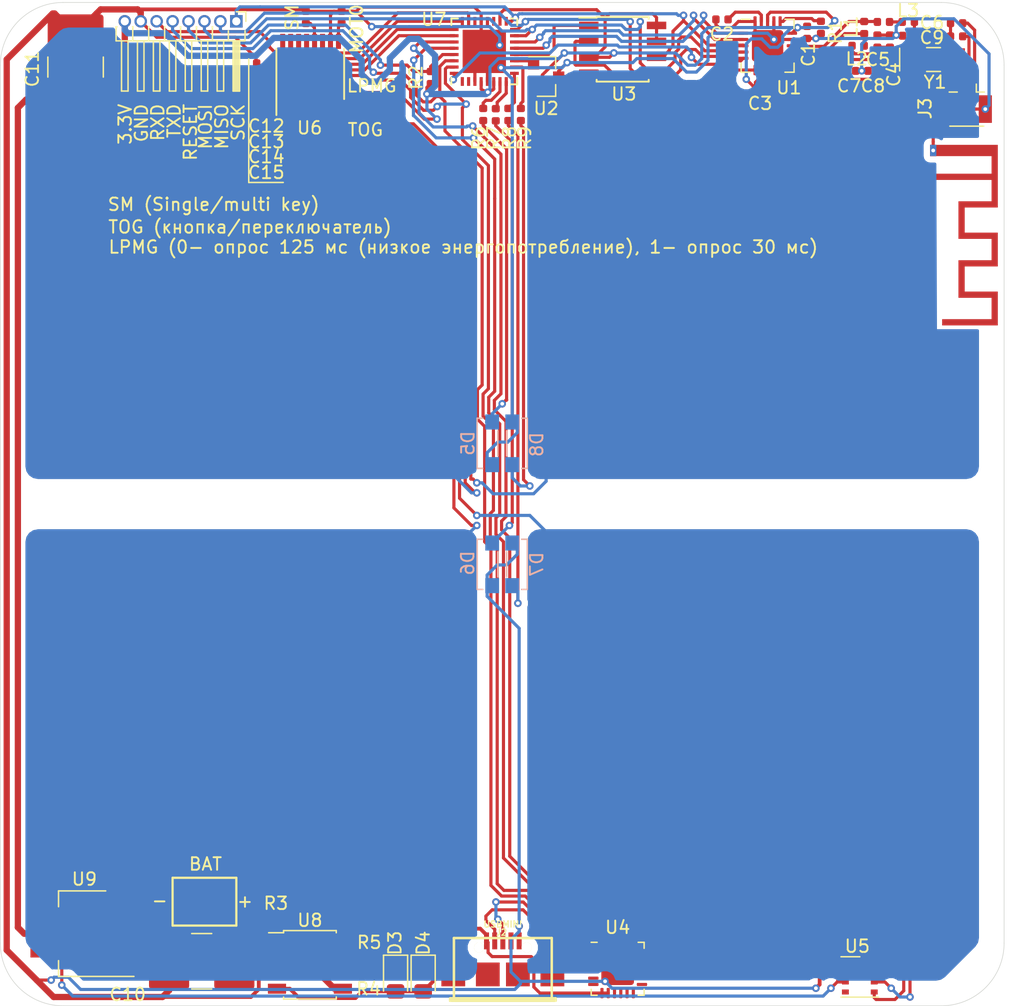
<source format=kicad_pcb>
(kicad_pcb (version 20171130) (host pcbnew 6.0.0-rc1-unknown-15e0771~66~ubuntu16.04.1)
  (title_block (date 2018-09-02))
  (layers (0 F.Cu signal) (31 B.Cu signal) (34 B.Paste user) (35 F.Paste user hide) (36 B.SilkS user) (37 F.SilkS user) (38 B.Mask user) (39 F.Mask user hide) (44 Edge.Cuts user))
  (net 0 "")
  (net 1 3,3V)
  (net 2 GND)
  (net 3 "Net-(C2-Pad1)")
  (net 4 "Net-(C4-Pad2)")
  (net 5 "Net-(C6-Pad1)")
  (net 6 "Net-(C6-Pad2)")
  (net 7 "Net-(C7-Pad2)")
  (net 8 "Net-(C8-Pad2)")
  (net 9 "Net-(L1-Pad2)")
  (net 10 "Net-(L1-Pad1)")
  (net 11 "Net-(R1-Pad1)")
  (net 12 CE)
  (net 13 CSN)
  (net 14 SCK)
  (net 15 MOSI)
  (net 16 MISO)
  (net 17 IRQ)
  (net 18 "Net-(D4-Pad1)")
  (net 19 "Net-(D3-Pad1)")
  (net 20 "Net-(J2-Pad2)")
  (net 21 "Net-(J2-Pad3)")
  (net 22 "Net-(D8-Pad2)")
  (net 23 "Net-(D7-Pad2)")
  (net 24 "Net-(D6-Pad2)")
  (net 25 "Net-(D5-Pad2)")
  (net 26 TXD)
  (net 27 RXD)
  (net 28 k4)
  (net 29 k3)
  (net 30 k2)
  (net 31 k1)
  (net 32 SDA)
  (net 33 SCL)
  (net 34 "Net-(J3-Pad1)")
  (net 35 "Net-(J1-Pad1)")
  (net 36 "Net-(D3-Pad2)")
  (net 37 "Net-(R9-Pad2)")
  (net 38 "Net-(R4-Pad1)")
  (net 39 "Net-(R3-Pad1)")
  (net 40 "Net-(P1-Pad4)")
  (net 41 "Net-(R8-Pad2)")
  (net 42 "Net-(R7-Pad2)")
  (net 43 "Net-(R6-Pad2)")
  (net 44 "Net-(R5-Pad1)")
  (net 45 "Net-(R13-Pad2)")
  (net 46 "Net-(R12-Pad1)")
  (net 47 "Net-(R11-Pad1)")
  (net 48 "Net-(U2-Pad1)")
  (net 49 "Net-(U3-Pad1)")
  (net 50 ACC)
  (net 51 "Net-(R10-Pad2)")
  (net 52 "Net-(C15-Pad2)")
  (net 53 "Net-(C14-Pad2)")
  (net 54 "Net-(C13-Pad2)")
  (net 55 "Net-(C12-Pad2)")
  (module Capacitor_SMD:C_0402_1005Metric (layer F.Cu) (at 128.665 64.05)
    (fp_text reference C15 (at 0.285 5.65) (layer F.SilkS))
    (fp_text value 22pF)
    (pad 2 smd roundrect (at 0.485 0) (size 0.59 0.64) (layers F.Cu F.Paste F.Mask) (net 52 "Net-(C15-Pad2)"))
    (pad 1 smd roundrect (at -0.485 0) (size 0.59 0.64) (layers F.Cu F.Paste F.Mask) (net 2 GND))
  )
  (module Capacitor_SMD:C_0402_1005Metric (layer F.Cu) (at 128.665 63.05)
    (fp_text reference C14 (at 0.285 5.4) (layer F.SilkS))
    (fp_text value 22pF)
    (pad 1 smd roundrect (at -0.485 0) (size 0.59 0.64) (layers F.Cu F.Paste F.Mask) (net 2 GND))
    (pad 2 smd roundrect (at 0.485 0) (size 0.59 0.64) (layers F.Cu F.Paste F.Mask) (net 53 "Net-(C14-Pad2)"))
  )
  (module Capacitor_SMD:C_0402_1005Metric (layer F.Cu) (at 128.665 62.05)
    (fp_text reference C13 (at 0.285 5.2) (layer F.SilkS))
    (fp_text value 22pF)
    (pad 2 smd roundrect (at 0.485 0) (size 0.59 0.64) (layers F.Cu F.Paste F.Mask) (net 54 "Net-(C13-Pad2)"))
    (pad 1 smd roundrect (at -0.485 0) (size 0.59 0.64) (layers F.Cu F.Paste F.Mask) (net 2 GND))
  )
  (module Capacitor_SMD:C_0402_1005Metric (layer F.Cu) (at 128.665 61)
    (fp_text reference C12 (at 0.285 5) (layer F.SilkS))
    (fp_text value 22pF)
    (pad 1 smd roundrect (at -0.485 0) (size 0.59 0.64) (layers F.Cu F.Paste F.Mask) (net 2 GND))
    (pad 2 smd roundrect (at 0.485 0) (size 0.59 0.64) (layers F.Cu F.Paste F.Mask) (net 55 "Net-(C12-Pad2)"))
  )
  (module Package_SO:SSOP-16_3.9x4.9mm_P0.635mm (layer F.Cu) (at 132.4775 61.85 90)
    (fp_text reference U6 (at -4.3 -0.0775 180) (layer F.SilkS))
    (fp_text value TTP224N)
    (pad 1 smd rect (at -2.6 -2.2225 90) (size 1.2 0.4) (layers F.Cu F.Paste F.Mask) (net 52 "Net-(C15-Pad2)"))
    (pad 2 smd rect (at -2.6 -1.5875 90) (size 1.2 0.4) (layers F.Cu F.Paste F.Mask) (net 53 "Net-(C14-Pad2)"))
    (pad 3 smd rect (at -2.6 -0.9525 90) (size 1.2 0.4) (layers F.Cu F.Paste F.Mask) (net 54 "Net-(C13-Pad2)"))
    (pad 4 smd rect (at -2.6 -0.3175 90) (size 1.2 0.4) (layers F.Cu F.Paste F.Mask) (net 55 "Net-(C12-Pad2)"))
    (pad 5 smd rect (at -2.6 0.3175 90) (size 1.2 0.4) (layers F.Cu F.Paste F.Mask))
    (pad 6 smd rect (at -2.6 0.9525 90) (size 1.2 0.4) (layers F.Cu F.Paste F.Mask) (net 1 3,3V))
    (pad 7 smd rect (at -2.6 1.5875 90) (size 1.2 0.4) (layers F.Cu F.Paste F.Mask) (net 47 "Net-(R11-Pad1)"))
    (pad 8 smd rect (at -2.6 2.2225 90) (size 1.2 0.4) (layers F.Cu F.Paste F.Mask) (net 46 "Net-(R12-Pad1)"))
    (pad 9 smd rect (at 2.6 2.2225 90) (size 1.2 0.4) (layers F.Cu F.Paste F.Mask) (net 51 "Net-(R10-Pad2)"))
    (pad 10 smd rect (at 2.6 1.5875 90) (size 1.2 0.4) (layers F.Cu F.Paste F.Mask) (net 2 GND))
    (pad 11 smd rect (at 2.6 0.9525 90) (size 1.2 0.4) (layers F.Cu F.Paste F.Mask))
    (pad 12 smd rect (at 2.6 0.3175 90) (size 1.2 0.4) (layers F.Cu F.Paste F.Mask) (net 45 "Net-(R13-Pad2)"))
    (pad 13 smd rect (at 2.6 -0.3175 90) (size 1.2 0.4) (layers F.Cu F.Paste F.Mask) (net 31 k1))
    (pad 14 smd rect (at 2.6 -0.9525 90) (size 1.2 0.4) (layers F.Cu F.Paste F.Mask) (net 30 k2))
    (pad 15 smd rect (at 2.6 -1.5875 90) (size 1.2 0.4) (layers F.Cu F.Paste F.Mask) (net 29 k3))
    (pad 16 smd rect (at 2.6 -2.2225 90) (size 1.2 0.4) (layers F.Cu F.Paste F.Mask) (net 28 k4))
  )
  (module Resistor_SMD:R_0402_1005Metric (layer F.Cu) (at 134.95 57.335 270)
    (fp_text reference R10 hide)
    (fp_text value 0)
    (pad 1 smd roundrect (at -0.485 0 270) (size 0.59 0.64) (layers F.Cu F.Paste F.Mask) (net 2 GND))
    (pad 2 smd roundrect (at 0.485 0 270) (size 0.59 0.64) (layers F.Cu F.Paste F.Mask) (net 51 "Net-(R10-Pad2)"))
  )
  (module Capacitor_SMD:C_2816_7142Metric_Pad3.20x4.45mm_HandSolder (layer F.Cu) (at 123.8 132.6 180)
    (fp_text reference C10 (at 5.9 -2.65 180) (layer F.SilkS))
    (fp_text value "16V 47uF")
    (pad 2 smd roundrect (at 2.6 0 180) (size 3.2 4.45) (layers F.Cu F.Paste F.Mask) (roundrect_rratio 0.078125) (net 2 GND))
    (pad 1 smd roundrect (at -2.6 0 180) (size 3.2 4.45) (layers F.Cu F.Paste F.Mask) (roundrect_rratio 0.078125) (net 50 ACC))
  )
  (module Capacitor_SMD:C_2816_7142Metric_Pad3.20x4.45mm_HandSolder (layer F.Cu) (at 113.75 61.3 90)
    (fp_text reference C11 (at -0.15 -3.45 90) (layer F.SilkS))
    (fp_text value "16V 47uF")
    (pad 1 smd roundrect (at -2.6 0 90) (size 3.2 4.45) (layers F.Cu F.Paste F.Mask) (roundrect_rratio 0.078125) (net 1 3,3V))
    (pad 2 smd roundrect (at 2.6 0 90) (size 3.2 4.45) (layers F.Cu F.Paste F.Mask) (roundrect_rratio 0.078125) (net 2 GND))
  )
  (module Package_TO_SOT_SMD:SOT-223-3_TabPin2 (layer F.Cu) (at 114.3 130.4 180)
    (fp_text reference U9 (at -0.15 4.35 180) (layer F.SilkS))
    (fp_text value LM1117-3.3)
    (pad 2 smd rect (at 3.15 0 180) (size 2 3.8) (layers F.Cu F.Paste F.Mask) (net 1 3,3V))
    (pad 2 smd rect (at -3.15 0 180) (size 2 1.5) (layers F.Cu F.Paste F.Mask) (net 1 3,3V))
    (pad 3 smd rect (at -3.15 2.3 180) (size 2 1.5) (layers F.Cu F.Paste F.Mask) (net 50 ACC))
    (pad 1 smd rect (at -3.15 -2.3 180) (size 2 1.5) (layers F.Cu F.Paste F.Mask) (net 2 GND))
  )
  (module Connector_Coaxial:U.FL_Hirose_U.FL-R-SMT-1_Vertical (layer F.Cu) (at 184.775 64.175 270)
    (fp_text reference J3 (at 0.425 3.325 270) (layer F.SilkS))
    (fp_text value U.FL)
    (pad 2 smd rect (at 0.475 1.475 270) (size 2.2 1.05) (layers F.Cu F.Paste F.Mask) (net 2 GND))
    (pad 1 smd rect (at -1.05 0 270) (size 1.05 1) (layers F.Cu F.Paste F.Mask) (net 34 "Net-(J3-Pad1)"))
    (pad 2 smd rect (at 0.475 -1.475 270) (size 2.2 1.05) (layers F.Cu F.Paste F.Mask) (net 2 GND))
  )
  (module Resistor_SMD:R_0402_1005Metric (layer F.Cu) (at 183.965 58.85 180)
    (fp_text reference R19 hide)
    (fp_text value 0)
    (pad 2 smd roundrect (at 0.485 0 180) (size 0.59 0.64) (layers F.Cu F.Paste F.Mask) (net 5 "Net-(C6-Pad1)"))
    (pad 1 smd roundrect (at -0.485 0 180) (size 0.59 0.64) (layers F.Cu F.Paste F.Mask) (net 35 "Net-(J1-Pad1)"))
  )
  (module Resistor_SMD:R_0402_1005Metric (layer F.Cu) (at 183.965 57.8 180)
    (fp_text reference R18 hide)
    (fp_text value 0)
    (pad 1 smd roundrect (at -0.485 0 180) (size 0.59 0.64) (layers F.Cu F.Paste F.Mask) (net 34 "Net-(J3-Pad1)"))
    (pad 2 smd roundrect (at 0.485 0 180) (size 0.59 0.64) (layers F.Cu F.Paste F.Mask) (net 5 "Net-(C6-Pad1)"))
  )
  (module conn-wire-pads:WP-50mil-1x02 (layer F.Cu) (at 124.02 127.85)
    (fp_text reference M1 hide)
    (fp_text value CR1220SMD hide)
    (pad 1 smd oval (at -1.27 0) (size 1.27 3.175) (layers F.Cu F.Paste F.Mask) (net 2 GND))
    (pad 2 smd oval (at 1.27 0) (size 1.27 3.175) (layers F.Cu F.Paste F.Mask) (net 50 ACC))
  )
  (module Resistor_SMD:R_0402_1005Metric (layer F.Cu) (at 136.415 64.05)
    (fp_text reference R12 hide)
    (fp_text value 0)
    (pad 2 smd roundrect (at 0.485 0) (size 0.59 0.64) (layers F.Cu F.Paste F.Mask) (net 1 3,3V))
    (pad 1 smd roundrect (at -0.485 0) (size 0.59 0.64) (layers F.Cu F.Paste F.Mask) (net 46 "Net-(R12-Pad1)"))
  )
  (module Resistor_SMD:R_0402_1005Metric (layer F.Cu) (at 136.415 65.1)
    (fp_text reference R11 hide)
    (fp_text value 0)
    (pad 1 smd roundrect (at -0.485 0) (size 0.59 0.64) (layers F.Cu F.Paste F.Mask) (net 47 "Net-(R11-Pad1)"))
    (pad 2 smd roundrect (at 0.485 0) (size 0.59 0.64) (layers F.Cu F.Paste F.Mask) (net 1 3,3V))
  )
  (module Resistor_SMD:R_0402_1005Metric (layer F.Cu) (at 132.1 57.335 270)
    (fp_text reference R13 hide)
    (fp_text value 0)
    (pad 1 smd roundrect (at -0.485 0 270) (size 0.59 0.64) (layers F.Cu F.Paste F.Mask) (net 2 GND))
    (pad 2 smd roundrect (at 0.485 0 270) (size 0.59 0.64) (layers F.Cu F.Paste F.Mask) (net 45 "Net-(R13-Pad2)"))
  )
  (module imm:bme280 (layer F.Cu) (at 176.25 133.85 270)
    (fp_text reference U5 (at -2.45 0.2) (layer F.SilkS))
    (fp_text value BME280)
    (pad 1 smd rect (at -1.2 -1.15 270) (size 0.4 0.55) (layers F.Cu F.Paste F.Mask) (net 2 GND))
    (pad 2 smd rect (at -0.4 -1.15 270) (size 0.4 0.55) (layers F.Cu F.Paste F.Mask))
    (pad 3 smd rect (at 0.4 -1.15 270) (size 0.4 0.55) (layers F.Cu F.Paste F.Mask) (net 32 SDA))
    (pad 4 smd rect (at 1.2 -1.15 270) (size 0.4 0.55) (layers F.Cu F.Paste F.Mask) (net 33 SCL))
    (pad 5 smd rect (at 1.2 1.15 270) (size 0.4 0.55) (layers F.Cu F.Paste F.Mask))
    (pad 6 smd rect (at 0.4 1.15 270) (size 0.4 0.55) (layers F.Cu F.Paste F.Mask) (net 1 3,3V))
    (pad 7 smd rect (at -0.4 1.15 270) (size 0.4 0.55) (layers F.Cu F.Paste F.Mask) (net 2 GND))
    (pad 8 smd rect (at -1.2 1.15 270) (size 0.4 0.55) (layers F.Cu F.Paste F.Mask) (net 1 3,3V))
  )
  (module Connector_PinHeader_1.27mm:PinHeader_1x08_P1.27mm_Horizontal (layer F.Cu) (at 126.56 57.65 270)
    (fp_text reference P1 hide)
    (fp_text value HEADER_2x4)
    (pad 1 thru_hole rect (at 0 0 270) (size 1 1) (drill 0.65) (layers *.Cu *.Mask) (net 14 SCK))
    (pad 2 thru_hole oval (at 0 1.27 270) (size 1 1) (drill 0.65) (layers *.Cu *.Mask) (net 16 MISO))
    (pad 3 thru_hole oval (at 0 2.54 270) (size 1 1) (drill 0.65) (layers *.Cu *.Mask) (net 15 MOSI))
    (pad 4 thru_hole oval (at 0 3.81 270) (size 1 1) (drill 0.65) (layers *.Cu *.Mask) (net 40 "Net-(P1-Pad4)"))
    (pad 5 thru_hole oval (at 0 5.08 270) (size 1 1) (drill 0.65) (layers *.Cu *.Mask) (net 26 TXD))
    (pad 6 thru_hole oval (at 0 6.35 270) (size 1 1) (drill 0.65) (layers *.Cu *.Mask) (net 27 RXD))
    (pad 7 thru_hole oval (at 0 7.62 270) (size 1 1) (drill 0.65) (layers *.Cu *.Mask) (net 2 GND))
    (pad 8 thru_hole oval (at 0 8.89 270) (size 1 1) (drill 0.65) (layers *.Cu *.Mask) (net 1 3,3V))
  )
  (module Resistor_SMD:R_0402_1005Metric (layer F.Cu) (at 147.23608 65.101454 90)
    (fp_text reference R7 (at -1.865 -0.15 90) (layer F.SilkS))
    (fp_text value 220)
    (pad 2 smd roundrect (at 0.485 0 90) (size 0.59 0.64) (layers F.Cu F.Paste F.Mask) (net 42 "Net-(R7-Pad2)"))
    (pad 1 smd roundrect (at -0.485 0 90) (size 0.59 0.64) (layers F.Cu F.Paste F.Mask) (net 24 "Net-(D6-Pad2)"))
  )
  (module Resistor_SMD:R_0402_1005Metric (layer F.Cu) (at 149.23608 65.081454 90)
    (fp_text reference R9 (at -1.885 0.3 90) (layer F.SilkS))
    (fp_text value 220)
    (pad 1 smd roundrect (at -0.485 0 90) (size 0.59 0.64) (layers F.Cu F.Paste F.Mask) (net 22 "Net-(D8-Pad2)"))
    (pad 2 smd roundrect (at 0.485 0 90) (size 0.59 0.64) (layers F.Cu F.Paste F.Mask) (net 37 "Net-(R9-Pad2)"))
  )
  (module Resistor_SMD:R_0402_1005Metric (layer F.Cu) (at 148.23608 65.081454 90)
    (fp_text reference R8 (at -1.885 0.1 90) (layer F.SilkS))
    (fp_text value 220)
    (pad 2 smd roundrect (at 0.485 0 90) (size 0.59 0.64) (layers F.Cu F.Paste F.Mask) (net 41 "Net-(R8-Pad2)"))
    (pad 1 smd roundrect (at -0.485 0 90) (size 0.59 0.64) (layers F.Cu F.Paste F.Mask) (net 23 "Net-(D7-Pad2)"))
  )
  (module Resistor_SMD:R_0402_1005Metric (layer F.Cu) (at 146.23608 65.081454 90)
    (fp_text reference R6 (at -1.885 -0.35 90) (layer F.SilkS))
    (fp_text value 220)
    (pad 1 smd roundrect (at -0.485 0 90) (size 0.59 0.64) (layers F.Cu F.Paste F.Mask) (net 25 "Net-(D5-Pad2)"))
    (pad 2 smd roundrect (at 0.485 0 90) (size 0.59 0.64) (layers F.Cu F.Paste F.Mask) (net 43 "Net-(R6-Pad2)"))
  )
  (module imm:smd_led_4008 (layer B.Cu) (at 146.95 91.3 270)
    (fp_text reference D5 (at 0 1.930001 270) (layer B.SilkS) (effects (justify mirror)))
    (fp_text value green)
    (pad 1 smd rect (at 1.7 0 270) (size 1.2 1.1) (layers B.Cu B.Paste B.Mask) (net 2 GND))
    (pad 2 smd rect (at -1.7 0 270) (size 1.2 1.1) (layers B.Cu B.Paste B.Mask) (net 25 "Net-(D5-Pad2)"))
  )
  (module imm:smd_led_4008 (layer B.Cu) (at 146.95 100.95 270)
    (fp_text reference D6 (at -0.1 1.95 270) (layer B.SilkS) (effects (justify mirror)))
    (fp_text value green)
    (pad 1 smd rect (at 1.7 0 270) (size 1.2 1.1) (layers B.Cu B.Paste B.Mask) (net 2 GND))
    (pad 2 smd rect (at -1.7 0 270) (size 1.2 1.1) (layers B.Cu B.Paste B.Mask) (net 24 "Net-(D6-Pad2)"))
  )
  (module imm:smd_led_4008 (layer B.Cu) (at 148.55 100.95 90)
    (fp_text reference D7 (at 0 1.95 90) (layer B.SilkS) (effects (justify mirror)))
    (fp_text value green)
    (pad 1 smd rect (at 1.7 0 90) (size 1.2 1.1) (layers B.Cu B.Paste B.Mask) (net 2 GND))
    (pad 2 smd rect (at -1.7 0 90) (size 1.2 1.1) (layers B.Cu B.Paste B.Mask) (net 23 "Net-(D7-Pad2)"))
  )
  (module imm:smd_led_4008 (layer B.Cu) (at 148.55 91.3 90)
    (fp_text reference D8 (at -0.1 1.95 90) (layer B.SilkS) (effects (justify mirror)))
    (fp_text value green)
    (pad 1 smd rect (at 1.7 0 90) (size 1.2 1.1) (layers B.Cu B.Paste B.Mask) (net 2 GND))
    (pad 2 smd rect (at -1.7 0 90) (size 1.2 1.1) (layers B.Cu B.Paste B.Mask) (net 22 "Net-(D8-Pad2)"))
  )
  (module Package_DFN_QFN:QFN-24-1EP_4x4mm_P0.5mm_EP2.6x2.6mm (layer F.Cu) (at 156.95 133.2)
    (fp_text reference U4 (at 0 -3.3) (layer F.SilkS))
    (fp_text value CP2102N-A01-GQFN24)
    (pad 25 smd roundrect (at 0 0) (size 2.6 2.6) (layers F.Cu F.Mask) (roundrect_rratio 0.096154) (net 2 GND))
    (pad 1 smd roundrect (at -1.9375 -1.25) (size 0.825 0.25) (layers F.Cu F.Paste F.Mask))
    (pad 2 smd roundrect (at -1.9375 -0.75) (size 0.825 0.25) (layers F.Cu F.Paste F.Mask) (net 2 GND))
    (pad 3 smd roundrect (at -1.9375 -0.25) (size 0.825 0.25) (layers F.Cu F.Paste F.Mask) (net 21 "Net-(J2-Pad3)"))
    (pad 4 smd roundrect (at -1.9375 0.25) (size 0.825 0.25) (layers F.Cu F.Paste F.Mask) (net 20 "Net-(J2-Pad2)"))
    (pad 5 smd roundrect (at -1.9375 0.75) (size 0.825 0.25) (layers F.Cu F.Paste F.Mask))
    (pad 6 smd roundrect (at -1.9375 1.25) (size 0.825 0.25) (layers F.Cu F.Paste F.Mask))
    (pad 7 smd roundrect (at -1.25 1.9375) (size 0.25 0.825) (layers F.Cu F.Paste F.Mask) (net 36 "Net-(D3-Pad2)"))
    (pad 8 smd roundrect (at -0.75 1.9375) (size 0.25 0.825) (layers F.Cu F.Paste F.Mask) (net 36 "Net-(D3-Pad2)"))
    (pad 9 smd roundrect (at -0.25 1.9375) (size 0.25 0.825) (layers F.Cu F.Paste F.Mask))
    (pad 10 smd roundrect (at 0.25 1.9375) (size 0.25 0.825) (layers F.Cu F.Paste F.Mask))
    (pad 11 smd roundrect (at 0.75 1.9375) (size 0.25 0.825) (layers F.Cu F.Paste F.Mask))
    (pad 12 smd roundrect (at 1.25 1.9375) (size 0.25 0.825) (layers F.Cu F.Paste F.Mask))
    (pad 13 smd roundrect (at 1.9375 1.25) (size 0.825 0.25) (layers F.Cu F.Paste F.Mask))
    (pad 14 smd roundrect (at 1.9375 0.75) (size 0.825 0.25) (layers F.Cu F.Paste F.Mask))
    (pad 15 smd roundrect (at 1.9375 0.25) (size 0.825 0.25) (layers F.Cu F.Paste F.Mask))
    (pad 16 smd roundrect (at 1.9375 -0.25) (size 0.825 0.25) (layers F.Cu F.Paste F.Mask))
    (pad 17 smd roundrect (at 1.9375 -0.75) (size 0.825 0.25) (layers F.Cu F.Paste F.Mask))
    (pad 18 smd roundrect (at 1.9375 -1.25) (size 0.825 0.25) (layers F.Cu F.Paste F.Mask))
    (pad 19 smd roundrect (at 1.25 -1.9375) (size 0.25 0.825) (layers F.Cu F.Paste F.Mask))
    (pad 20 smd roundrect (at 0.75 -1.9375) (size 0.25 0.825) (layers F.Cu F.Paste F.Mask) (net 27 RXD))
    (pad 21 smd roundrect (at 0.25 -1.9375) (size 0.25 0.825) (layers F.Cu F.Paste F.Mask) (net 26 TXD))
    (pad 22 smd roundrect (at -0.25 -1.9375) (size 0.25 0.825) (layers F.Cu F.Paste F.Mask))
    (pad 23 smd roundrect (at -0.75 -1.9375) (size 0.25 0.825) (layers F.Cu F.Paste F.Mask))
    (pad 24 smd roundrect (at -1.25 -1.9375) (size 0.25 0.825) (layers F.Cu F.Paste F.Mask))
  )
  (module w_conn_pc:conn_usb_B_micro_smd-3 (layer F.Cu) (at 147.8003 133.65)
    (fp_text reference J2 (at -0.1003 -3.35) (layer F.SilkS) (effects (font (size 0.50038 0.50038) (thickness 0.09906))))
    (fp_text value USBMINI (at 0 -4.0005) (layer F.SilkS) (effects (font (size 0.50038 0.50038) (thickness 0.09906))))
    (pad "" smd rect (at -1.19888 0) (size 1.89738 1.89738) (layers F.Cu F.Paste F.Mask))
    (pad "" smd rect (at 1.19888 0) (size 1.89738 1.89738) (layers F.Cu F.Paste F.Mask))
    (pad "" smd rect (at 3.9497 0) (size 1.89738 1.89738) (layers F.Cu F.Paste F.Mask))
    (pad "" smd rect (at -3.9497 0) (size 1.89738 1.89738) (layers F.Cu F.Paste F.Mask))
    (pad 1 smd rect (at -1.30048 -2.67462) (size 0.39878 1.34874) (layers F.Cu F.Paste F.Mask) (net 36 "Net-(D3-Pad2)"))
    (pad 2 smd rect (at -0.6477 -2.67462) (size 0.39878 1.3462) (layers F.Cu F.Paste F.Mask) (net 20 "Net-(J2-Pad2)"))
    (pad 3 smd rect (at 0 -2.67462) (size 0.39878 1.3462) (layers F.Cu F.Paste F.Mask) (net 21 "Net-(J2-Pad3)"))
    (pad 4 smd rect (at 0.6477 -2.67462) (size 0.39878 1.3462) (layers F.Cu F.Paste F.Mask))
    (pad 5 smd rect (at 1.30048 -2.67462) (size 0.39878 1.3462) (layers F.Cu F.Paste F.Mask) (net 2 GND))
    (pad "" np_thru_hole circle (at 1.89738 -2.1463) (size 0.79756 0.79756) (drill 0.79756) (layers *.Cu *.Mask F.SilkS))
    (pad "" np_thru_hole circle (at -1.89992 -2.14884) (size 0.79756 0.79756) (drill 0.79756) (layers *.Cu *.Mask F.SilkS))
  )
  (module Diode_SMD:D_0805_2012Metric_Pad1.15x1.40mm_HandSolder (layer F.Cu) (at 141.45 133.975 270)
    (fp_text reference D4 (at -2.825 0 270) (layer F.SilkS))
    (fp_text value red)
    (pad 2 smd roundrect (at 1.025 0 270) (size 1.15 1.4) (layers F.Cu F.Paste F.Mask) (roundrect_rratio 0.217391) (net 36 "Net-(D3-Pad2)"))
    (pad 1 smd roundrect (at -1.025 0 270) (size 1.15 1.4) (layers F.Cu F.Paste F.Mask) (roundrect_rratio 0.217391) (net 18 "Net-(D4-Pad1)"))
  )
  (module Diode_SMD:D_0805_2012Metric_Pad1.15x1.40mm_HandSolder (layer F.Cu) (at 139.25 133.975 270)
    (fp_text reference D3 (at -2.825 0.05 270) (layer F.SilkS))
    (fp_text value green)
    (pad 1 smd roundrect (at -1.025 0 270) (size 1.15 1.4) (layers F.Cu F.Paste F.Mask) (roundrect_rratio 0.217391) (net 19 "Net-(D3-Pad1)"))
    (pad 2 smd roundrect (at 1.025 0 270) (size 1.15 1.4) (layers F.Cu F.Paste F.Mask) (roundrect_rratio 0.217391) (net 36 "Net-(D3-Pad2)"))
  )
  (module Package_SO:SSOP-8_3.95x5.21x3.27mm_P1.27mm (layer F.Cu) (at 132.425 132.885)
    (fp_text reference U8 (at 0 -3.55) (layer F.SilkS))
    (fp_text value TP4056)
    (pad 5 smd rect (at 2.625 1.905) (size 1.45 0.8) (layers F.Cu F.Paste F.Mask) (net 50 ACC))
    (pad 6 smd rect (at 2.625 0.635) (size 1.45 0.8) (layers F.Cu F.Paste F.Mask) (net 38 "Net-(R4-Pad1)"))
    (pad 7 smd rect (at 2.625 -0.635) (size 1.45 0.8) (layers F.Cu F.Paste F.Mask) (net 44 "Net-(R5-Pad1)"))
    (pad 8 smd rect (at 2.625 -1.905) (size 1.45 0.8) (layers F.Cu F.Paste F.Mask) (net 36 "Net-(D3-Pad2)"))
    (pad 4 smd rect (at -2.625 1.905) (size 1.45 0.8) (layers F.Cu F.Paste F.Mask) (net 36 "Net-(D3-Pad2)"))
    (pad 3 smd rect (at -2.625 0.635) (size 1.45 0.8) (layers F.Cu F.Paste F.Mask) (net 2 GND))
    (pad 2 smd rect (at -2.625 -0.635) (size 1.45 0.8) (layers F.Cu F.Paste F.Mask) (net 39 "Net-(R3-Pad1)"))
    (pad 1 smd rect (at -2.625 -1.905) (size 1.45 0.8) (layers F.Cu F.Paste F.Mask) (net 2 GND))
  )
  (module Resistor_SMD:R_0402_1005Metric (layer F.Cu) (at 129.715 129.15)
    (fp_text reference R3 (at 0 -1.17) (layer F.SilkS))
    (fp_text value Rprog)
    (pad 1 smd roundrect (at -0.485 0) (size 0.59 0.64) (layers F.Cu F.Paste F.Mask) (net 39 "Net-(R3-Pad1)"))
    (pad 2 smd roundrect (at 0.485 0) (size 0.59 0.64) (layers F.Cu F.Paste F.Mask) (net 2 GND))
  )
  (module Resistor_SMD:R_0402_1005Metric (layer F.Cu) (at 137.165 133.55)
    (fp_text reference R4 (at -0.065 1.25) (layer F.SilkS))
    (fp_text value 1k)
    (pad 2 smd roundrect (at 0.485 0) (size 0.59 0.64) (layers F.Cu F.Paste F.Mask) (net 19 "Net-(D3-Pad1)"))
    (pad 1 smd roundrect (at -0.485 0) (size 0.59 0.64) (layers F.Cu F.Paste F.Mask) (net 38 "Net-(R4-Pad1)"))
  )
  (module Resistor_SMD:R_0402_1005Metric (layer F.Cu) (at 137.165 132.25)
    (fp_text reference R5 (at -0.015 -1.15) (layer F.SilkS))
    (fp_text value 1k)
    (pad 1 smd roundrect (at -0.485 0) (size 0.59 0.64) (layers F.Cu F.Paste F.Mask) (net 44 "Net-(R5-Pad1)"))
    (pad 2 smd roundrect (at 0.485 0) (size 0.59 0.64) (layers F.Cu F.Paste F.Mask) (net 18 "Net-(D4-Pad1)"))
  )
  (module Resistor_SMD:R_0402_1005Metric (layer F.Cu) (at 142.05 62.135 90)
    (fp_text reference R2 (at 0 -1.17 90) (layer F.SilkS))
    (fp_text value 10k)
    (pad 1 smd roundrect (at -0.485 0 90) (size 0.59 0.64) (layers F.Cu F.Paste F.Mask) (net 1 3,3V))
    (pad 2 smd roundrect (at 0.485 0 90) (size 0.59 0.64) (layers F.Cu F.Paste F.Mask) (net 40 "Net-(P1-Pad4)"))
  )
  (module Capacitor_SMD:C_0402_1005Metric (layer F.Cu) (at 172.05 58.535 270)
    (fp_text reference C1 (at 1.765 -0.1 270) (layer F.SilkS))
    (fp_text value "1 nF")
    (pad 1 smd roundrect (at -0.485 0 270) (size 0.59 0.64) (layers F.Cu F.Paste F.Mask) (net 1 3,3V))
    (pad 2 smd roundrect (at 0.485 0 270) (size 0.59 0.64) (layers F.Cu F.Paste F.Mask) (net 2 GND))
  )
  (module Capacitor_SMD:C_0402_1005Metric (layer F.Cu) (at 165.265 57.5 180)
    (fp_text reference C2 (at 0 -1.17 180) (layer F.SilkS))
    (fp_text value "33 nF")
    (pad 2 smd roundrect (at 0.485 0 180) (size 0.59 0.64) (layers F.Cu F.Paste F.Mask) (net 2 GND))
    (pad 1 smd roundrect (at -0.485 0 180) (size 0.59 0.64) (layers F.Cu F.Paste F.Mask) (net 3 "Net-(C2-Pad1)"))
  )
  (module Capacitor_SMD:C_0402_1005Metric (layer F.Cu) (at 168.415 63)
    (fp_text reference C3 (at -0.115 1.2) (layer F.SilkS))
    (fp_text value "10 nF")
    (pad 1 smd roundrect (at -0.485 0) (size 0.59 0.64) (layers F.Cu F.Paste F.Mask) (net 1 3,3V))
    (pad 2 smd roundrect (at 0.485 0) (size 0.59 0.64) (layers F.Cu F.Paste F.Mask) (net 2 GND))
  )
  (module Capacitor_SMD:C_0402_1005Metric (layer F.Cu) (at 178.65 59.235 270)
    (fp_text reference C4 (at 2.665 -0.3 270) (layer F.SilkS))
    (fp_text value "2,2 nF")
    (pad 2 smd roundrect (at 0.485 0 270) (size 0.59 0.64) (layers F.Cu F.Paste F.Mask) (net 4 "Net-(C4-Pad2)"))
    (pad 1 smd roundrect (at -0.485 0 270) (size 0.59 0.64) (layers F.Cu F.Paste F.Mask) (net 2 GND))
  )
  (module Capacitor_SMD:C_0402_1005Metric (layer F.Cu) (at 177.65 59.235 270)
    (fp_text reference C5 (at 1.465 -0.05) (layer F.SilkS))
    (fp_text value "4,7 pF")
    (pad 1 smd roundrect (at -0.485 0 270) (size 0.59 0.64) (layers F.Cu F.Paste F.Mask) (net 2 GND))
    (pad 2 smd roundrect (at 0.485 0 270) (size 0.59 0.64) (layers F.Cu F.Paste F.Mask) (net 4 "Net-(C4-Pad2)"))
  )
  (module Capacitor_SMD:C_0402_1005Metric (layer F.Cu) (at 180.115 57.7 180)
    (fp_text reference C6 (at -1.885 -0.05 180) (layer F.SilkS))
    (fp_text value "1,5 pF")
    (pad 2 smd roundrect (at 0.485 0 180) (size 0.59 0.64) (layers F.Cu F.Paste F.Mask) (net 6 "Net-(C6-Pad2)"))
    (pad 1 smd roundrect (at -0.485 0 180) (size 0.59 0.64) (layers F.Cu F.Paste F.Mask) (net 5 "Net-(C6-Pad1)"))
  )
  (module Capacitor_SMD:C_0402_1005Metric (layer F.Cu) (at 175.435 61.6 180)
    (fp_text reference C7 (at 0.035 -1.2 180) (layer F.SilkS))
    (fp_text value "22 pF")
    (pad 1 smd roundrect (at -0.485 0 180) (size 0.59 0.64) (layers F.Cu F.Paste F.Mask) (net 2 GND))
    (pad 2 smd roundrect (at 0.485 0 180) (size 0.59 0.64) (layers F.Cu F.Paste F.Mask) (net 7 "Net-(C7-Pad2)"))
  )
  (module Capacitor_SMD:C_0402_1005Metric (layer F.Cu) (at 177.385 61.6)
    (fp_text reference C8 (at -0.085 1.2) (layer F.SilkS))
    (fp_text value "22 pF")
    (pad 2 smd roundrect (at 0.485 0) (size 0.59 0.64) (layers F.Cu F.Paste F.Mask) (net 8 "Net-(C8-Pad2)"))
    (pad 1 smd roundrect (at -0.485 0) (size 0.59 0.64) (layers F.Cu F.Paste F.Mask) (net 2 GND))
  )
  (module Capacitor_SMD:C_0402_1005Metric (layer F.Cu) (at 180.135 58.8)
    (fp_text reference C9 (at 1.865 0.15) (layer F.SilkS))
    (fp_text value "1 pF")
    (pad 1 smd roundrect (at -0.485 0) (size 0.59 0.64) (layers F.Cu F.Paste F.Mask) (net 2 GND))
    (pad 2 smd roundrect (at 0.485 0) (size 0.59 0.64) (layers F.Cu F.Paste F.Mask) (net 5 "Net-(C6-Pad1)"))
  )
  (module Crystal:Crystal_SMD_MicroCrystal_CC7V-T1A-2Pin_3.2x1.5mm_HandSoldering (layer F.Cu) (at 182.125 60.7)
    (fp_text reference Y1 (at 0.125 1.8) (layer F.SilkS))
    (fp_text value "16 MHz")
    (pad 1 smd rect (at -1.625 0) (size 1.75 1.8) (layers F.Cu F.Paste F.Mask) (net 7 "Net-(C7-Pad2)"))
    (pad 2 smd rect (at 1.625 0) (size 1.75 1.8) (layers F.Cu F.Paste F.Mask) (net 8 "Net-(C8-Pad2)"))
  )
  (module Inductor_SMD:L_0402_1005Metric (layer F.Cu) (at 176.6 58.15 90)
    (fp_text reference L1 (at 0.05 -1.05 90) (layer F.SilkS))
    (fp_text value "8,2 nH")
    (pad 1 smd roundrect (at -0.485 0 90) (size 0.59 0.64) (layers F.Cu F.Paste F.Mask) (net 10 "Net-(L1-Pad1)"))
    (pad 2 smd roundrect (at 0.485 0 90) (size 0.59 0.64) (layers F.Cu F.Paste F.Mask) (net 9 "Net-(L1-Pad2)"))
  )
  (module Inductor_SMD:L_0402_1005Metric (layer F.Cu) (at 176.115 59.6 180)
    (fp_text reference L2 (at 0.115 -1.05 180) (layer F.SilkS))
    (fp_text value "2,7 nH")
    (pad 2 smd roundrect (at 0.485 0 180) (size 0.59 0.64) (layers F.Cu F.Paste F.Mask) (net 4 "Net-(C4-Pad2)"))
    (pad 1 smd roundrect (at -0.485 0 180) (size 0.59 0.64) (layers F.Cu F.Paste F.Mask) (net 10 "Net-(L1-Pad1)"))
  )
  (module Inductor_SMD:L_0402_1005Metric (layer F.Cu) (at 178.135 57.7)
    (fp_text reference L3 (at 1.965 -0.9) (layer F.SilkS))
    (fp_text value "3,9 nH")
    (pad 1 smd roundrect (at -0.485 0) (size 0.59 0.64) (layers F.Cu F.Paste F.Mask) (net 9 "Net-(L1-Pad2)"))
    (pad 2 smd roundrect (at 0.485 0) (size 0.59 0.64) (layers F.Cu F.Paste F.Mask) (net 6 "Net-(C6-Pad2)"))
  )
  (module Resistor_SMD:R_0402_1005Metric (layer F.Cu) (at 173.15 58.135 270)
    (fp_text reference R1 (at 0.365 -1.15 270) (layer F.SilkS))
    (fp_text value "22 k")
    (pad 1 smd roundrect (at -0.485 0 270) (size 0.59 0.64) (layers F.Cu F.Paste F.Mask) (net 11 "Net-(R1-Pad1)"))
    (pad 2 smd roundrect (at 0.485 0 270) (size 0.59 0.64) (layers F.Cu F.Paste F.Mask) (net 2 GND))
  )
  (module RF_Antenna:Texas_SWRA117D_2.4GHz_Right (layer F.Cu) (at 182.1 70.05 270)
    (fp_text reference J1 hide)
    (fp_text value U.FL)
    (fp_poly (pts (xy 2.45 -2.51) (xy 4.45 -2.51) (xy 4.45 -5.15) (xy 7.15 -5.15) (xy 7.15 -2.51) (xy 9.15 -2.51) (xy 9.15 -5.15) (xy 11.85 -5.15) (xy 11.85 -0.71) (xy 11.35 -0.71) (xy 11.35 -4.65) (xy 9.65 -4.65) (xy 9.65 -2.01) (xy 6.65 -2.01) (xy 6.65 -4.65) (xy 4.95 -4.65) (xy 4.95 -2.01) (xy 1.95 -2.01) (xy 1.95 -4.65) (xy 0.25 -4.65) (xy 0.25 0.25) (xy -0.25 0.25) (xy -0.25 -4.65) (xy -1.65 -4.65) (xy -1.65 0.25) (xy -2.55 0.25) (xy -2.55 0.006785) (xy -2.247583 0.006785) (xy -2.237742 0.054395) (xy -2.213674 0.096797) (xy -2.175731 0.129581) (xy -2.167819 0.133935) (xy -2.125156 0.146043) (xy -2.076637 0.1453) (xy -2.031122 0.1324) (xy -2.012511 0.121787) (xy -1.978868 0.086553) (xy -1.958309 0.041368) (xy -1.951778 -0.008158) (xy -1.960218 -0.056417) (xy -1.977112 -0.088643) (xy -2.012372 -0.121313) (xy -2.057682 -0.141408) (xy -2.107267 -0.147982) (xy -2.155353 -0.140092) (xy -2.188245 -0.123186) (xy -2.223185 -0.086416) (xy -2.242847 -0.041622) (xy -2.247583 0.006785) (xy -2.55 0.006785) (xy -2.55 -5.15) (xy 2.45 -5.15) (xy 2.45 -2.51)) (layer F.Cu) (width 0))
    (pad 2 thru_hole rect (at -2.1 0 270) (size 0.9 0.5) (drill 0.3) (layers *.Cu) (net 2 GND))
    (pad 1 connect rect (at 0 0 270) (size 0.5 0.5) (layers F.Cu) (net 35 "Net-(J1-Pad1)"))
  )
  (module Package_DFN_QFN:QFN-32-1EP_5x5mm_P0.5mm_EP3.45x3.45mm (layer F.Cu) (at 146.322146 60.049886 90)
    (fp_text reference U7 (at 2.549886 -4.022146 180) (layer F.SilkS))
    (fp_text value ATMEGA328P-M)
    (pad 1 smd rect (at -2.4 -1.75 90) (size 0.7 0.25) (layers F.Cu F.Paste F.Mask))
    (pad 2 smd rect (at -2.4 -1.25 90) (size 0.7 0.25) (layers F.Cu F.Paste F.Mask))
    (pad 3 smd rect (at -2.4 -0.75 90) (size 0.7 0.25) (layers F.Cu F.Paste F.Mask) (net 2 GND))
    (pad 4 smd rect (at -2.4 -0.25 90) (size 0.7 0.25) (layers F.Cu F.Paste F.Mask) (net 1 3,3V))
    (pad 5 smd rect (at -2.4 0.25 90) (size 0.7 0.25) (layers F.Cu F.Paste F.Mask) (net 2 GND))
    (pad 6 smd rect (at -2.4 0.75 90) (size 0.7 0.25) (layers F.Cu F.Paste F.Mask) (net 1 3,3V))
    (pad 7 smd rect (at -2.4 1.25 90) (size 0.7 0.25) (layers F.Cu F.Paste F.Mask) (net 43 "Net-(R6-Pad2)"))
    (pad 8 smd rect (at -2.4 1.75 90) (size 0.7 0.25) (layers F.Cu F.Paste F.Mask) (net 42 "Net-(R7-Pad2)"))
    (pad 9 smd rect (at -1.75 2.4 180) (size 0.7 0.25) (layers F.Cu F.Paste F.Mask) (net 41 "Net-(R8-Pad2)"))
    (pad 10 smd rect (at -1.25 2.4 180) (size 0.7 0.25) (layers F.Cu F.Paste F.Mask) (net 37 "Net-(R9-Pad2)"))
    (pad 11 smd rect (at -0.75 2.4 180) (size 0.7 0.25) (layers F.Cu F.Paste F.Mask) (net 48 "Net-(U2-Pad1)"))
    (pad 12 smd rect (at -0.25 2.4 180) (size 0.7 0.25) (layers F.Cu F.Paste F.Mask) (net 49 "Net-(U3-Pad1)"))
    (pad 13 smd rect (at 0.25 2.4 180) (size 0.7 0.25) (layers F.Cu F.Paste F.Mask) (net 12 CE))
    (pad 14 smd rect (at 0.75 2.4 180) (size 0.7 0.25) (layers F.Cu F.Paste F.Mask) (net 13 CSN))
    (pad 15 smd rect (at 1.25 2.4 180) (size 0.7 0.25) (layers F.Cu F.Paste F.Mask) (net 15 MOSI))
    (pad 16 smd rect (at 1.75 2.4 180) (size 0.7 0.25) (layers F.Cu F.Paste F.Mask) (net 16 MISO))
    (pad 17 smd rect (at 2.4 1.75 90) (size 0.7 0.25) (layers F.Cu F.Paste F.Mask) (net 14 SCK))
    (pad 18 smd rect (at 2.4 1.25 90) (size 0.7 0.25) (layers F.Cu F.Paste F.Mask) (net 1 3,3V))
    (pad 19 smd rect (at 2.4 0.75 90) (size 0.7 0.25) (layers F.Cu F.Paste F.Mask))
    (pad 20 smd rect (at 2.4 0.25 90) (size 0.7 0.25) (layers F.Cu F.Paste F.Mask))
    (pad 21 smd rect (at 2.4 -0.25 90) (size 0.7 0.25) (layers F.Cu F.Paste F.Mask) (net 2 GND))
    (pad 22 smd rect (at 2.4 -0.75 90) (size 0.7 0.25) (layers F.Cu F.Paste F.Mask))
    (pad 23 smd rect (at 2.4 -1.25 90) (size 0.7 0.25) (layers F.Cu F.Paste F.Mask) (net 31 k1))
    (pad 24 smd rect (at 2.4 -1.75 90) (size 0.7 0.25) (layers F.Cu F.Paste F.Mask) (net 30 k2))
    (pad 25 smd rect (at 1.75 -2.4 180) (size 0.7 0.25) (layers F.Cu F.Paste F.Mask) (net 29 k3))
    (pad 26 smd rect (at 1.25 -2.4 180) (size 0.7 0.25) (layers F.Cu F.Paste F.Mask) (net 28 k4))
    (pad 27 smd rect (at 0.75 -2.4 180) (size 0.7 0.25) (layers F.Cu F.Paste F.Mask) (net 32 SDA))
    (pad 28 smd rect (at 0.25 -2.4 180) (size 0.7 0.25) (layers F.Cu F.Paste F.Mask) (net 33 SCL))
    (pad 29 smd rect (at -0.25 -2.4 180) (size 0.7 0.25) (layers F.Cu F.Paste F.Mask) (net 40 "Net-(P1-Pad4)"))
    (pad 30 smd rect (at -0.75 -2.4 180) (size 0.7 0.25) (layers F.Cu F.Paste F.Mask) (net 26 TXD))
    (pad 31 smd rect (at -1.25 -2.4 180) (size 0.7 0.25) (layers F.Cu F.Paste F.Mask) (net 27 RXD))
    (pad 32 smd rect (at -1.75 -2.4 180) (size 0.7 0.25) (layers F.Cu F.Paste F.Mask) (net 17 IRQ))
    (pad 33 smd rect (at 0 0 90) (size 3.45 3.45) (layers F.Cu F.Mask) (net 2 GND))
  )
  (module Package_SO:SOIC-8_3.9x4.9mm_P1.27mm (layer F.Cu) (at 157.35 59.885)
    (fp_text reference U3 (at 0.1 3.565 180) (layer F.SilkS))
    (fp_text value AT25xxx)
    (pad 1 smd rect (at -2.7 -1.905) (size 1.55 0.6) (layers F.Cu F.Paste F.Mask) (net 49 "Net-(U3-Pad1)"))
    (pad 2 smd rect (at -2.7 -0.635) (size 1.55 0.6) (layers F.Cu F.Paste F.Mask) (net 16 MISO))
    (pad 3 smd rect (at -2.7 0.635) (size 1.55 0.6) (layers F.Cu F.Paste F.Mask) (net 1 3,3V))
    (pad 4 smd rect (at -2.7 1.905) (size 1.55 0.6) (layers F.Cu F.Paste F.Mask) (net 2 GND))
    (pad 5 smd rect (at 2.7 1.905) (size 1.55 0.6) (layers F.Cu F.Paste F.Mask) (net 15 MOSI))
    (pad 6 smd rect (at 2.7 0.635) (size 1.55 0.6) (layers F.Cu F.Paste F.Mask) (net 14 SCK))
    (pad 7 smd rect (at 2.7 -0.635) (size 1.55 0.6) (layers F.Cu F.Paste F.Mask) (net 1 3,3V))
    (pad 8 smd rect (at 2.7 -1.905) (size 1.55 0.6) (layers F.Cu F.Paste F.Mask) (net 1 3,3V))
  )
  (module Package_TO_SOT_SMD:SOT-23 (layer F.Cu) (at 151.25 62.05)
    (fp_text reference U2 (at 0 2.55) (layer F.SilkS))
    (fp_text value ATSHA204-TSU)
    (pad 1 smd rect (at -1 -0.95) (size 0.9 0.8) (layers F.Cu F.Paste F.Mask) (net 48 "Net-(U2-Pad1)"))
    (pad 2 smd rect (at -1 0.95) (size 0.9 0.8) (layers F.Cu F.Paste F.Mask) (net 1 3,3V))
    (pad 3 smd rect (at 1 0) (size 0.9 0.8) (layers F.Cu F.Paste F.Mask) (net 2 GND))
  )
  (module Package_DFN_QFN:QFN-20-1EP_4x4mm_P0.5mm_EP2.5x2.5mm (layer F.Cu) (at 168.9 59.6)
    (fp_text reference U1 (at 1.7 3.35) (layer F.SilkS))
    (fp_text value NRF24L01)
    (pad 21 smd roundrect (at 0 0) (size 2.5 2.5) (layers F.Cu F.Mask) (roundrect_rratio 0.1) (net 2 GND))
    (pad 1 smd roundrect (at -1.9375 -1) (size 0.825 0.25) (layers F.Cu F.Paste F.Mask) (net 12 CE))
    (pad 2 smd roundrect (at -1.9375 -0.5) (size 0.825 0.25) (layers F.Cu F.Paste F.Mask) (net 13 CSN))
    (pad 3 smd roundrect (at -1.9375 0) (size 0.825 0.25) (layers F.Cu F.Paste F.Mask) (net 14 SCK))
    (pad 4 smd roundrect (at -1.9375 0.5) (size 0.825 0.25) (layers F.Cu F.Paste F.Mask) (net 15 MOSI))
    (pad 5 smd roundrect (at -1.9375 1) (size 0.825 0.25) (layers F.Cu F.Paste F.Mask) (net 16 MISO))
    (pad 6 smd roundrect (at -1 1.9375) (size 0.25 0.825) (layers F.Cu F.Paste F.Mask) (net 17 IRQ))
    (pad 7 smd roundrect (at -0.5 1.9375) (size 0.25 0.825) (layers F.Cu F.Paste F.Mask) (net 1 3,3V))
    (pad 8 smd roundrect (at 0 1.9375) (size 0.25 0.825) (layers F.Cu F.Paste F.Mask) (net 2 GND))
    (pad 9 smd roundrect (at 0.5 1.9375) (size 0.25 0.825) (layers F.Cu F.Paste F.Mask) (net 8 "Net-(C8-Pad2)"))
    (pad 10 smd roundrect (at 1 1.9375) (size 0.25 0.825) (layers F.Cu F.Paste F.Mask) (net 7 "Net-(C7-Pad2)"))
    (pad 11 smd roundrect (at 1.9375 1) (size 0.825 0.25) (layers F.Cu F.Paste F.Mask) (net 4 "Net-(C4-Pad2)"))
    (pad 12 smd roundrect (at 1.9375 0.5) (size 0.825 0.25) (layers F.Cu F.Paste F.Mask) (net 10 "Net-(L1-Pad1)"))
    (pad 13 smd roundrect (at 1.9375 0) (size 0.825 0.25) (layers F.Cu F.Paste F.Mask) (net 9 "Net-(L1-Pad2)"))
    (pad 14 smd roundrect (at 1.9375 -0.5) (size 0.825 0.25) (layers F.Cu F.Paste F.Mask) (net 2 GND))
    (pad 15 smd roundrect (at 1.9375 -1) (size 0.825 0.25) (layers F.Cu F.Paste F.Mask) (net 1 3,3V))
    (pad 16 smd roundrect (at 1 -1.9375) (size 0.25 0.825) (layers F.Cu F.Paste F.Mask) (net 11 "Net-(R1-Pad1)"))
    (pad 17 smd roundrect (at 0.5 -1.9375) (size 0.25 0.825) (layers F.Cu F.Paste F.Mask) (net 2 GND))
    (pad 18 smd roundrect (at 0 -1.9375) (size 0.25 0.825) (layers F.Cu F.Paste F.Mask) (net 1 3,3V))
    (pad 19 smd roundrect (at -0.5 -1.9375) (size 0.25 0.825) (layers F.Cu F.Paste F.Mask) (net 3 "Net-(C2-Pad1)"))
    (pad 20 smd roundrect (at -1 -1.9375) (size 0.25 0.825) (layers F.Cu F.Paste F.Mask) (net 2 GND))
  )
  (gr_line (start 127.55 70.5) (end 127.55 60.65) (layer F.SilkS) (width 0.12))
  (gr_line (start 130.3 70.5) (end 127.55 70.5) (layer F.SilkS) (width 0.12))
  (gr_text MOT0 (at 136.15 58.25 90) (layer F.SilkS) (effects (font (size 1 1))))
  (gr_text "LPMG (0- опрос 125 мс (низкое энергопотребление), 1- опрос 30 мс)" (at 144.65 75.65) (layer F.SilkS) (effects (font (size 1 1))))
  (gr_text LPMG (at 137.35 62.8) (layer F.SilkS) (effects (font (size 1 1))))
  (gr_text "TOG (кнопка/переключатель)" (at 127.65 74.05) (layer F.SilkS) (effects (font (size 1 1))))
  (gr_text "SM (Single/multi key)" (at 124.75 72.25) (layer F.SilkS) (effects (font (size 1 1))))
  (gr_text TOG (at 136.85 66.3) (layer F.SilkS) (effects (font (size 1 1))))
  (gr_text SM (at 131 57.35 90) (layer F.SilkS) (effects (font (size 1 1))))
  (gr_text - (at 120.45 127.75) (layer F.SilkS) (effects (font (size 1 1))))
  (gr_text + (at 127.25 127.8) (layer F.SilkS) (effects (font (size 1 1))))
  (gr_text BAT (at 124.1 124.85) (layer F.SilkS) (effects (font (size 1 1))))
  (gr_text 3.3V (at 117.7 65.857143 90) (layer F.SilkS) (effects (font (size 1 1))))
  (gr_text GND (at 119 65.761905 90) (layer F.SilkS) (effects (font (size 1 1))))
  (gr_text RXD (at 120.3 65.714286 90) (layer F.SilkS) (effects (font (size 1 1))))
  (gr_text TXD (at 121.6 65.595238 90) (layer F.SilkS) (effects (font (size 1 1))))
  (gr_text RESET (at 122.9 66.5 90) (layer F.SilkS) (effects (font (size 1 1))))
  (gr_text MOSI (at 124.1 66.047619 90) (layer F.SilkS) (effects (font (size 1 1))))
  (gr_text MISO (at 125.4 66.047619 90) (layer F.SilkS) (effects (font (size 1 1))))
  (gr_text SCK (at 126.7 65.714286 90) (layer F.SilkS) (effects (font (size 1 1))))
  (gr_arc (start 112.75 61.15) (end 112.75 56.15) (angle -90) (layer Edge.Cuts) (width 0.05))
  (gr_arc (start 182.75 61.15) (end 187.75 61.15) (angle -90) (layer Edge.Cuts) (width 0.05))
  (gr_arc (start 112.75 131.15) (end 107.75 131.15) (angle -90) (layer Edge.Cuts) (width 0.05))
  (gr_arc (start 182.75 131.15) (end 182.75 136.15) (angle -90) (layer Edge.Cuts) (width 0.05))
  (gr_line (start 112.75 136.15) (end 182.75 136.15) (layer Edge.Cuts) (width 0.05))
  (gr_line (start 107.75 61.15) (end 107.75 131.15) (layer Edge.Cuts) (width 0.05))
  (gr_line (start 187.75 61.15) (end 187.75 131.15) (layer Edge.Cuts) (width 0.05))
  (gr_line (start 112.75 56.15) (end 182.75 56.15) (layer Edge.Cuts) (width 0.05))
  (segment (start 171.2875 58.15) (end 172.05 58.15) (width 0.25) (layer F.Cu) (net 1))
  (segment (start 170.8375 58.6) (end 171.2875 58.15) (width 0.25) (layer F.Cu) (net 1))
  (via (at 174.25 57.6) (size 0.6) (drill 0.3) (layers F.Cu B.Cu) (net 1))
  (segment (start 168.9 57.6625) (end 168.9 57.15) (width 0.25) (layer F.Cu) (net 1))
  (segment (start 173.57499 56.92499) (end 174.25 57.6) (width 0.25) (layer F.Cu) (net 1))
  (segment (start 168.9 57.15) (end 169.12501 56.92499) (width 0.25) (layer F.Cu) (net 1))
  (segment (start 169.12501 56.92499) (end 173.57499 56.92499) (width 0.25) (layer F.Cu) (net 1))
  (via (at 171.2875 58.15) (size 0.6) (drill 0.3) (layers F.Cu B.Cu) (net 1))
  (segment (start 173.7 58.15) (end 171.2875 58.15) (width 0.25) (layer B.Cu) (net 1))
  (segment (start 174.25 57.6) (end 173.7 58.15) (width 0.25) (layer B.Cu) (net 1))
  (segment (start 168.4 62.05) (end 168.17499 62.27501) (width 0.25) (layer F.Cu) (net 1))
  (segment (start 168.4 61.5375) (end 168.4 62.05) (width 0.25) (layer F.Cu) (net 1))
  (segment (start 167.93 62.52) (end 167.93 63) (width 0.25) (layer F.Cu) (net 1))
  (segment (start 168.17499 62.27501) (end 167.93 62.52) (width 0.25) (layer F.Cu) (net 1))
  (segment (start 160.05 59.25) (end 160.05 57.98) (width 0.25) (layer F.Cu) (net 1))
  (segment (start 160.05 57.35) (end 160.05 57.98) (width 0.25) (layer F.Cu) (net 1))
  (segment (start 156.3 57.05) (end 159.75 57.05) (width 0.25) (layer F.Cu) (net 1))
  (segment (start 155.125 60.52) (end 155.95 59.695) (width 0.25) (layer F.Cu) (net 1))
  (segment (start 155.95 59.695) (end 155.95 57.4) (width 0.25) (layer F.Cu) (net 1))
  (segment (start 159.75 57.05) (end 160.05 57.35) (width 0.25) (layer F.Cu) (net 1))
  (segment (start 154.65 60.52) (end 155.125 60.52) (width 0.25) (layer F.Cu) (net 1))
  (segment (start 155.95 57.4) (end 156.3 57.05) (width 0.25) (layer F.Cu) (net 1))
  (segment (start 156.305 60.52) (end 156.65 60.175) (width 0.25) (layer F.Cu) (net 1))
  (via (at 156.65 60.175) (size 0.6) (drill 0.3) (layers F.Cu B.Cu) (net 1))
  (segment (start 154.65 60.52) (end 156.305 60.52) (width 0.25) (layer F.Cu) (net 1))
  (via (at 152.7 60.175) (size 0.6) (drill 0.3) (layers F.Cu B.Cu) (net 1))
  (segment (start 150.25 63) (end 150.3 63) (width 0.25) (layer F.Cu) (net 1))
  (segment (start 150.95 62.35) (end 150.95 61.925) (width 0.25) (layer F.Cu) (net 1))
  (segment (start 150.3 63) (end 150.95 62.35) (width 0.25) (layer F.Cu) (net 1))
  (segment (start 150.95 61.925) (end 152.7 60.175) (width 0.25) (layer F.Cu) (net 1))
  (segment (start 152.7 60.175) (end 156.65 60.175) (width 0.25) (layer B.Cu) (net 1))
  (segment (start 167.93 63) (end 167.2 62.27) (width 0.25) (layer F.Cu) (net 1))
  (segment (start 147.072146 63.049886) (end 147.072146 63.049886) (width 0.25) (layer F.Cu) (net 1))
  (segment (start 146.997145 63.124887) (end 147.072146 63.049886) (width 0.25) (layer F.Cu) (net 1))
  (segment (start 146.072146 63.049886) (end 146.147147 63.124887) (width 0.25) (layer F.Cu) (net 1))
  (segment (start 146.072146 62.449886) (end 146.072146 63.049886) (width 0.25) (layer F.Cu) (net 1))
  (segment (start 147.072146 63.049886) (end 147.072146 62.449886) (width 0.25) (layer F.Cu) (net 1))
  (segment (start 147.572146 57.049886) (end 147.897033 56.724999) (width 0.25) (layer F.Cu) (net 1))
  (segment (start 155.274999 56.724999) (end 155.95 57.4) (width 0.25) (layer F.Cu) (net 1))
  (segment (start 147.897033 56.724999) (end 155.274999 56.724999) (width 0.25) (layer F.Cu) (net 1))
  (segment (start 147.572146 57.649886) (end 147.572146 57.049886) (width 0.25) (layer F.Cu) (net 1))
  (via (at 167.2 62.27) (size 0.6) (drill 0.3) (layers F.Cu B.Cu) (net 1))
  (segment (start 163.133059 61.150001) (end 163.65 60.63306) (width 0.25) (layer B.Cu) (net 1))
  (segment (start 161.558056 60.175) (end 162.533057 61.150001) (width 0.25) (layer B.Cu) (net 1))
  (segment (start 162.533057 61.150001) (end 163.133059 61.150001) (width 0.25) (layer B.Cu) (net 1))
  (segment (start 156.65 60.175) (end 161.558056 60.175) (width 0.25) (layer B.Cu) (net 1))
  (segment (start 163.65 60.63306) (end 163.65 58.65) (width 0.25) (layer B.Cu) (net 1))
  (segment (start 163.65 58.65) (end 164.15 58.15) (width 0.25) (layer B.Cu) (net 1))
  (segment (start 167.2 62.27) (end 167.2 59.45) (width 0.25) (layer B.Cu) (net 1))
  (segment (start 170.8 58.15) (end 171.2875 58.15) (width 0.25) (layer B.Cu) (net 1))
  (segment (start 167.59999 59.05001) (end 168.45001 59.05001) (width 0.25) (layer B.Cu) (net 1))
  (segment (start 169.099999 59.725001) (end 169.700001 59.725001) (width 0.25) (layer B.Cu) (net 1))
  (segment (start 167.2 59.45) (end 167.59999 59.05001) (width 0.25) (layer B.Cu) (net 1))
  (segment (start 164.15 58.15) (end 170.8 58.15) (width 0.25) (layer B.Cu) (net 1))
  (segment (start 168.45001 59.05001) (end 168.45001 59.075012) (width 0.25) (layer B.Cu) (net 1))
  (segment (start 170.1 58.85) (end 170.8 58.15) (width 0.25) (layer B.Cu) (net 1))
  (segment (start 168.45001 59.075012) (end 169.099999 59.725001) (width 0.25) (layer B.Cu) (net 1))
  (segment (start 169.700001 59.725001) (end 170.1 59.325002) (width 0.25) (layer B.Cu) (net 1))
  (segment (start 170.1 59.325002) (end 170.1 58.85) (width 0.25) (layer B.Cu) (net 1))
  (via (at 146.6 63.299888) (size 0.6) (drill 0.3) (layers F.Cu B.Cu) (net 1))
  (segment (start 146.6 63.299888) (end 146.997145 63.124887) (width 0.25) (layer F.Cu) (net 1))
  (segment (start 146.147147 63.124887) (end 146.6 63.299888) (width 0.25) (layer F.Cu) (net 1))
  (via (at 141.75 63.45) (size 0.6) (drill 0.3) (layers F.Cu B.Cu) (net 1))
  (segment (start 141.75 62.92) (end 142.05 62.62) (width 0.25) (layer F.Cu) (net 1))
  (segment (start 141.75 63.45) (end 141.75 62.92) (width 0.25) (layer F.Cu) (net 1))
  (via (at 142.55 65.45) (size 0.6) (drill 0.3) (layers F.Cu B.Cu) (net 1))
  (segment (start 141.75 64.65) (end 142.55 65.45) (width 0.25) (layer B.Cu) (net 1))
  (segment (start 141.75 63.45) (end 141.75 64.65) (width 0.25) (layer B.Cu) (net 1))
  (segment (start 136.752248 63.325068) (end 133.65 63.325068) (width 0.25) (layer F.Cu) (net 1))
  (segment (start 174.499999 134.174999) (end 174.575 134.25) (width 0.25) (layer F.Cu) (net 1))
  (segment (start 174.575 132.65) (end 174.499999 132.725001) (width 0.25) (layer F.Cu) (net 1))
  (segment (start 174.575 134.25) (end 175.1 134.25) (width 0.25) (layer F.Cu) (net 1))
  (segment (start 174.499999 132.725001) (end 174.499999 134.174999) (width 0.25) (layer F.Cu) (net 1))
  (segment (start 175.1 132.65) (end 174.575 132.65) (width 0.25) (layer F.Cu) (net 1))
  (segment (start 111.15 130.4) (end 110.9 130.4) (width 0.25) (layer F.Cu) (net 1))
  (segment (start 133.42 63.555068) (end 133.42 64.45) (width 0.25) (layer F.Cu) (net 1))
  (segment (start 133.65 63.325068) (end 133.42 63.555068) (width 0.25) (layer F.Cu) (net 1))
  (segment (start 117.45 130.4) (end 111.15 130.4) (width 0.5) (layer F.Cu) (net 1))
  (segment (start 117.67 59.98) (end 113.75 63.9) (width 0.5) (layer F.Cu) (net 1))
  (segment (start 117.67 57.65) (end 117.67 59.98) (width 0.5) (layer F.Cu) (net 1))
  (segment (start 109.65 130.4) (end 109.15 129.9) (width 0.5) (layer F.Cu) (net 1))
  (segment (start 111.15 130.4) (end 109.65 130.4) (width 0.5) (layer F.Cu) (net 1))
  (segment (start 109.15 129.9) (end 109.15 64.55) (width 0.5) (layer F.Cu) (net 1))
  (segment (start 109.8 63.9) (end 113.75 63.9) (width 0.5) (layer F.Cu) (net 1))
  (segment (start 109.15 64.55) (end 109.8 63.9) (width 0.5) (layer F.Cu) (net 1))
  (via (at 173.95 134.75) (size 0.6) (drill 0.3) (layers F.Cu B.Cu) (net 1))
  (segment (start 174.45 134.25) (end 173.95 134.75) (width 0.25) (layer F.Cu) (net 1))
  (segment (start 175.1 134.25) (end 174.45 134.25) (width 0.25) (layer F.Cu) (net 1))
  (via (at 112.65 134.5) (size 0.6) (drill 0.3) (layers F.Cu B.Cu) (net 1))
  (segment (start 112.4 130.4) (end 111.15 130.4) (width 0.25) (layer F.Cu) (net 1))
  (segment (start 112.65 130.65) (end 112.4 130.4) (width 0.25) (layer F.Cu) (net 1))
  (segment (start 112.65 134.5) (end 112.65 130.65) (width 0.25) (layer F.Cu) (net 1))
  (segment (start 173.324999 135.375001) (end 173.95 134.75) (width 0.25) (layer B.Cu) (net 1))
  (segment (start 113.525001 135.375001) (end 173.324999 135.375001) (width 0.25) (layer B.Cu) (net 1))
  (segment (start 112.65 134.5) (end 113.525001 135.375001) (width 0.25) (layer B.Cu) (net 1))
  (segment (start 141.552178 65.45) (end 139.9 63.797822) (width 0.25) (layer F.Cu) (net 1))
  (segment (start 142.55 65.45) (end 141.552178 65.45) (width 0.25) (layer F.Cu) (net 1))
  (segment (start 139.9 63.797822) (end 139.9 63.7) (width 0.25) (layer F.Cu) (net 1))
  (segment (start 139.9 63.7) (end 139.525068 63.325068) (width 0.25) (layer F.Cu) (net 1))
  (segment (start 136.9 63.625068) (end 137.2 63.325068) (width 0.25) (layer F.Cu) (net 1))
  (segment (start 137.2 63.325068) (end 136.752248 63.325068) (width 0.25) (layer F.Cu) (net 1))
  (segment (start 136.9 65.1) (end 136.9 63.625068) (width 0.25) (layer F.Cu) (net 1))
  (segment (start 139.525068 63.325068) (end 137.2 63.325068) (width 0.25) (layer F.Cu) (net 1))
  (segment (start 146.449888 63.45) (end 146.6 63.299888) (width 0.5) (layer B.Cu) (net 1))
  (segment (start 141.75 63.45) (end 146.449888 63.45) (width 0.5) (layer B.Cu) (net 1))
  (segment (start 146.772147 61.302851) (end 146.772147 63.127741) (width 0.25) (layer B.Cu) (net 1))
  (segment (start 146.772147 63.127741) (end 146.6 63.299888) (width 0.25) (layer B.Cu) (net 1))
  (segment (start 152.7 60.175) (end 152.249989 60.625011) (width 0.25) (layer B.Cu) (net 1))
  (segment (start 147.449987 60.625011) (end 146.772147 61.302851) (width 0.25) (layer B.Cu) (net 1))
  (segment (start 152.249989 60.625011) (end 147.449987 60.625011) (width 0.25) (layer B.Cu) (net 1))
  (segment (start 137.120867 62.462243) (end 136.55 61.891376) (width 0.5) (layer B.Cu) (net 1))
  (segment (start 137.840869 62.462243) (end 137.120867 62.462243) (width 0.5) (layer B.Cu) (net 1))
  (segment (start 138.796556 61.506556) (end 137.840869 62.462243) (width 0.5) (layer B.Cu) (net 1))
  (segment (start 140.339999 59.049999) (end 138.796556 60.593442) (width 0.5) (layer B.Cu) (net 1))
  (segment (start 141.75 63.45) (end 142.4 62.8) (width 0.5) (layer B.Cu) (net 1))
  (segment (start 142.4 60.389998) (end 141.060001 59.049999) (width 0.5) (layer B.Cu) (net 1))
  (segment (start 138.796556 60.593442) (end 138.796556 61.506556) (width 0.5) (layer B.Cu) (net 1))
  (segment (start 142.4 62.8) (end 142.4 60.389998) (width 0.5) (layer B.Cu) (net 1))
  (segment (start 141.060001 59.049999) (end 140.339999 59.049999) (width 0.5) (layer B.Cu) (net 1))
  (segment (start 136.55 60.75) (end 134.77502 58.97502) (width 0.5) (layer B.Cu) (net 1))
  (segment (start 136.55 61.891376) (end 136.55 60.75) (width 0.5) (layer B.Cu) (net 1))
  (segment (start 129.542398 58.97502) (end 128.117378 60.40004) (width 0.5) (layer B.Cu) (net 1))
  (segment (start 134.77502 58.97502) (end 129.542398 58.97502) (width 0.5) (layer B.Cu) (net 1))
  (segment (start 128.117378 60.40004) (end 122.70004 60.40004) (width 0.5) (layer B.Cu) (net 1))
  (segment (start 117.67 58.357106) (end 117.67 57.65) (width 0.5) (layer B.Cu) (net 1))
  (segment (start 117.912895 58.600001) (end 117.67 58.357106) (width 0.5) (layer B.Cu) (net 1))
  (segment (start 120.900001 58.600001) (end 117.912895 58.600001) (width 0.5) (layer B.Cu) (net 1))
  (segment (start 122.70004 60.40004) (end 120.900001 58.600001) (width 0.5) (layer B.Cu) (net 1))
  (via (at 155.95 134.2) (size 0.6) (drill 0.3) (layers F.Cu B.Cu) (net 2))
  (via (at 147.65 61.35) (size 0.6) (drill 0.3) (layers F.Cu B.Cu) (net 2))
  (segment (start 168.9 61.5375) (end 168.9 59.6) (width 0.25) (layer F.Cu) (net 2))
  (segment (start 170.8375 59.1) (end 169.4 59.1) (width 0.25) (layer F.Cu) (net 2))
  (segment (start 169.4 59.1) (end 168.9 59.6) (width 0.25) (layer F.Cu) (net 2))
  (segment (start 169.4 57.6625) (end 169.4 59.1) (width 0.25) (layer F.Cu) (net 2))
  (segment (start 167.9 58.6) (end 168.9 59.6) (width 0.25) (layer F.Cu) (net 2))
  (segment (start 167.9 57.6625) (end 167.9 58.6) (width 0.25) (layer F.Cu) (net 2))
  (segment (start 171.92 59.1) (end 172.05 58.97) (width 0.25) (layer F.Cu) (net 2))
  (segment (start 146.572146 60.299886) (end 146.322146 60.049886) (width 0.25) (layer F.Cu) (net 2))
  (segment (start 146.572146 62.449886) (end 146.572146 60.299886) (width 0.25) (layer F.Cu) (net 2))
  (segment (start 145.572146 60.799886) (end 146.322146 60.049886) (width 0.25) (layer F.Cu) (net 2))
  (segment (start 145.572146 62.449886) (end 145.572146 60.799886) (width 0.25) (layer F.Cu) (net 2))
  (segment (start 146.072146 59.799886) (end 146.322146 60.049886) (width 0.25) (layer F.Cu) (net 2))
  (segment (start 146.072146 57.649886) (end 146.072146 59.799886) (width 0.25) (layer F.Cu) (net 2))
  (segment (start 175.92 61.6) (end 176.4 61.6) (width 0.25) (layer F.Cu) (net 2))
  (segment (start 179.6 58.75) (end 179.65 58.8) (width 0.25) (layer F.Cu) (net 2))
  (segment (start 177.65 58.75) (end 179.15 58.75) (width 0.25) (layer F.Cu) (net 2))
  (segment (start 171.97 59.1) (end 172.05 59.02) (width 0.25) (layer F.Cu) (net 2))
  (segment (start 170.8375 59.1) (end 171.97 59.1) (width 0.25) (layer F.Cu) (net 2))
  (segment (start 172.75 59.02) (end 172.75 59.02) (width 0.25) (layer F.Cu) (net 2))
  (segment (start 172.05 59.02) (end 172.75 59.02) (width 0.25) (layer F.Cu) (net 2))
  (segment (start 168.9 61.5375) (end 168.9 63) (width 0.25) (layer F.Cu) (net 2))
  (segment (start 179.15 58.75) (end 179.6 58.75) (width 0.25) (layer F.Cu) (net 2))
  (via (at 179.15 58.75) (size 0.6) (drill 0.3) (layers F.Cu B.Cu) (net 2))
  (segment (start 176.4 61.6) (end 176.9 61.6) (width 0.25) (layer F.Cu) (net 2))
  (via (at 176.4 61.6) (size 0.6) (drill 0.3) (layers F.Cu B.Cu) (net 2))
  (segment (start 172.75 59.02) (end 173.15 58.62) (width 0.25) (layer F.Cu) (net 2))
  (via (at 172.75 59.02) (size 0.6) (drill 0.3) (layers F.Cu B.Cu) (net 2))
  (segment (start 164.78 57.92) (end 164.78 57.5) (width 0.25) (layer F.Cu) (net 2))
  (segment (start 165.00501 58.14501) (end 164.78 57.92) (width 0.25) (layer F.Cu) (net 2))
  (segment (start 166.093222 58.14501) (end 165.00501 58.14501) (width 0.25) (layer F.Cu) (net 2))
  (segment (start 166.575732 57.6625) (end 166.575732 57.6625) (width 0.25) (layer F.Cu) (net 2))
  (segment (start 167.9 57.6625) (end 166.575732 57.6625) (width 0.25) (layer F.Cu) (net 2))
  (segment (start 169.4 59.1) (end 169.4 59.1) (width 0.25) (layer F.Cu) (net 2))
  (via (at 169.4 59.1) (size 0.6) (drill 0.3) (layers F.Cu B.Cu) (net 2))
  (segment (start 178.88 59.02) (end 179.15 58.75) (width 0.25) (layer B.Cu) (net 2))
  (segment (start 176.4 59.47) (end 176.85 59.02) (width 0.25) (layer B.Cu) (net 2))
  (segment (start 176.4 61.6) (end 176.4 59.47) (width 0.25) (layer B.Cu) (net 2))
  (segment (start 176.85 59.02) (end 178.88 59.02) (width 0.25) (layer B.Cu) (net 2))
  (segment (start 172.75 59.02) (end 176.85 59.02) (width 0.25) (layer B.Cu) (net 2))
  (segment (start 154.39 62.05) (end 154.65 61.79) (width 0.25) (layer F.Cu) (net 2))
  (segment (start 152.25 62.05) (end 154.39 62.05) (width 0.25) (layer F.Cu) (net 2))
  (segment (start 166.575732 57.6625) (end 166.093222 58.14501) (width 0.25) (layer F.Cu) (net 2))
  (via (at 152.924999 60.942709) (size 0.6) (drill 0.3) (layers F.Cu B.Cu) (net 2))
  (segment (start 152.25 61.617708) (end 152.924999 60.942709) (width 0.25) (layer F.Cu) (net 2))
  (segment (start 152.25 62.05) (end 152.25 61.617708) (width 0.25) (layer F.Cu) (net 2))
  (segment (start 158.157291 60.942709) (end 158.47499 60.62501) (width 0.25) (layer B.Cu) (net 2))
  (segment (start 152.924999 60.942709) (end 158.157291 60.942709) (width 0.25) (layer B.Cu) (net 2))
  (segment (start 161.371656 60.62501) (end 162.446646 61.7) (width 0.25) (layer B.Cu) (net 2))
  (segment (start 158.47499 60.62501) (end 161.371656 60.62501) (width 0.25) (layer B.Cu) (net 2))
  (segment (start 163.21947 61.7) (end 164.15 60.76947) (width 0.25) (layer B.Cu) (net 2))
  (segment (start 162.446646 61.7) (end 163.21947 61.7) (width 0.25) (layer B.Cu) (net 2))
  (segment (start 164.15 60.76947) (end 164.15 58.95) (width 0.25) (layer B.Cu) (net 2))
  (segment (start 164.15 58.95) (end 164.5 58.6) (width 0.25) (layer B.Cu) (net 2))
  (segment (start 168.9 58.6) (end 169.4 59.1) (width 0.25) (layer B.Cu) (net 2))
  (segment (start 164.5 58.6) (end 168.9 58.6) (width 0.25) (layer B.Cu) (net 2))
  (segment (start 156.2 132.45) (end 156.95 133.2) (width 0.25) (layer F.Cu) (net 2))
  (segment (start 155.0125 132.45) (end 156.2 132.45) (width 0.25) (layer F.Cu) (net 2))
  (segment (start 152.517708 61.35) (end 152.924999 60.942709) (width 0.25) (layer B.Cu) (net 2))
  (segment (start 147.65 61.35) (end 152.517708 61.35) (width 0.25) (layer B.Cu) (net 2))
  (via (at 149.1 129.8) (size 0.6) (drill 0.3) (layers F.Cu B.Cu) (net 2))
  (segment (start 148.973899 129.926101) (end 149.1 129.8) (width 0.25) (layer B.Cu) (net 2))
  (segment (start 149.1 130.9746) (end 149.10078 130.97538) (width 0.25) (layer F.Cu) (net 2))
  (segment (start 149.1 129.8) (end 149.1 130.9746) (width 0.25) (layer F.Cu) (net 2))
  (segment (start 148.95 100.15) (end 148.1 101) (width 0.25) (layer B.Cu) (net 2))
  (segment (start 148.95 99.3) (end 148.95 100.15) (width 0.25) (layer B.Cu) (net 2))
  (segment (start 148.1 101) (end 147.35 101) (width 0.25) (layer B.Cu) (net 2))
  (segment (start 146.55 101.8) (end 146.55 102.65) (width 0.25) (layer B.Cu) (net 2))
  (segment (start 147.35 101) (end 146.55 101.8) (width 0.25) (layer B.Cu) (net 2))
  (segment (start 148.95 90.45) (end 148.2 91.2) (width 0.25) (layer B.Cu) (net 2))
  (segment (start 148.95 89.6) (end 148.95 90.45) (width 0.25) (layer B.Cu) (net 2))
  (segment (start 148.2 91.2) (end 147.4 91.2) (width 0.25) (layer B.Cu) (net 2))
  (segment (start 146.55 92.05) (end 146.55 92.95) (width 0.25) (layer B.Cu) (net 2))
  (segment (start 147.4 91.2) (end 146.55 92.05) (width 0.25) (layer B.Cu) (net 2))
  (segment (start 149.1 106.05) (end 149.1 129.375736) (width 0.25) (layer B.Cu) (net 2))
  (segment (start 146.55 103.5) (end 149.1 106.05) (width 0.25) (layer B.Cu) (net 2))
  (segment (start 149.1 129.375736) (end 149.1 129.8) (width 0.25) (layer B.Cu) (net 2))
  (segment (start 146.55 102.65) (end 146.55 103.5) (width 0.25) (layer B.Cu) (net 2))
  (via (at 137.35 58.07502) (size 0.6) (drill 0.3) (layers F.Cu B.Cu) (net 2))
  (via (at 147.55 59.55) (size 0.6) (drill 0.3) (layers F.Cu B.Cu) (net 2))
  (segment (start 135.35 56.85) (end 135.85 56.85) (width 0.25) (layer F.Cu) (net 2))
  (segment (start 136.12498 56.85) (end 137.35 58.07502) (width 0.25) (layer F.Cu) (net 2))
  (segment (start 135.85 56.85) (end 136.12498 56.85) (width 0.25) (layer F.Cu) (net 2))
  (segment (start 147.55 58.88641) (end 146.73861 58.07502) (width 0.25) (layer B.Cu) (net 2))
  (segment (start 147.55 59.55) (end 147.55 58.88641) (width 0.25) (layer B.Cu) (net 2))
  (segment (start 175.360002 133.45) (end 175.1 133.45) (width 0.25) (layer F.Cu) (net 2))
  (segment (start 176.160002 132.65) (end 175.360002 133.45) (width 0.25) (layer F.Cu) (net 2))
  (segment (start 177.4 132.65) (end 176.160002 132.65) (width 0.25) (layer F.Cu) (net 2))
  (via (at 172.75 134.75) (size 0.6) (drill 0.3) (layers F.Cu B.Cu) (net 2))
  (segment (start 130.125 133.52) (end 129.8 133.52) (width 0.25) (layer F.Cu) (net 2))
  (segment (start 130.850001 132.794999) (end 130.125 133.52) (width 0.25) (layer F.Cu) (net 2))
  (segment (start 130.240002 130.98) (end 130.850001 131.589999) (width 0.25) (layer F.Cu) (net 2))
  (segment (start 130.850001 131.589999) (end 130.850001 132.794999) (width 0.25) (layer F.Cu) (net 2))
  (segment (start 129.8 130.98) (end 130.240002 130.98) (width 0.25) (layer F.Cu) (net 2))
  (segment (start 186.55 60.25) (end 183.75 57.45) (width 0.25) (layer B.Cu) (net 2))
  (segment (start 183.75 57.45) (end 179.75 57.45) (width 0.25) (layer B.Cu) (net 2))
  (segment (start 179.75 57.45) (end 179.15 58.05) (width 0.25) (layer B.Cu) (net 2))
  (segment (start 179.15 58.05) (end 179.15 58.75) (width 0.25) (layer B.Cu) (net 2))
  (via (at 186.25 64.65) (size 0.6) (drill 0.3) (layers F.Cu B.Cu) (net 2))
  (segment (start 186.55 64.35) (end 186.25 64.65) (width 0.25) (layer B.Cu) (net 2))
  (segment (start 186.55 60.25) (end 186.55 64.35) (width 0.25) (layer B.Cu) (net 2))
  (segment (start 185.475 64.65) (end 183.3 64.65) (width 0.25) (layer F.Cu) (net 2))
  (segment (start 186.25 64.65) (end 185.475 64.65) (width 0.25) (layer F.Cu) (net 2))
  (segment (start 182.525 64.65) (end 182.1 65.075) (width 0.25) (layer F.Cu) (net 2))
  (segment (start 182.1 67.25) (end 182.1 67.95) (width 0.25) (layer F.Cu) (net 2))
  (segment (start 182.1 65.075) (end 182.1 67.25) (width 0.25) (layer F.Cu) (net 2))
  (segment (start 183.3 64.65) (end 182.525 64.65) (width 0.25) (layer F.Cu) (net 2))
  (segment (start 119.088998 57.35) (end 119.04 57.35) (width 0.25) (layer F.Cu) (net 2))
  (segment (start 137.35 58.05) (end 137.25 57.95) (width 0.25) (layer B.Cu) (net 2))
  (segment (start 137.35 58.07502) (end 137.35 58.05) (width 0.25) (layer B.Cu) (net 2))
  (segment (start 130.2 130.58) (end 129.8 130.98) (width 0.25) (layer F.Cu) (net 2))
  (segment (start 130.2 129.15) (end 130.2 130.58) (width 0.25) (layer F.Cu) (net 2))
  (segment (start 121.615 127.85) (end 122.75 127.85) (width 0.5) (layer F.Cu) (net 2))
  (segment (start 121.2 128.265) (end 121.615 127.85) (width 0.5) (layer F.Cu) (net 2))
  (segment (start 121.2 132.6) (end 121.2 128.265) (width 0.5) (layer F.Cu) (net 2))
  (segment (start 121.1 132.7) (end 121.2 132.6) (width 0.5) (layer F.Cu) (net 2))
  (segment (start 117.45 132.7) (end 121.1 132.7) (width 0.5) (layer F.Cu) (net 2))
  (segment (start 129.8 133.52) (end 129.454998 133.52) (width 0.25) (layer F.Cu) (net 2))
  (segment (start 115.42071 57.02929) (end 113.75 58.7) (width 0.5) (layer F.Cu) (net 2))
  (segment (start 115.750001 56.699999) (end 115.42071 57.02929) (width 0.5) (layer F.Cu) (net 2))
  (segment (start 118.697105 56.699999) (end 115.750001 56.699999) (width 0.5) (layer F.Cu) (net 2))
  (segment (start 118.94 56.942894) (end 118.697105 56.699999) (width 0.5) (layer F.Cu) (net 2))
  (segment (start 118.94 57.65) (end 118.94 56.942894) (width 0.5) (layer F.Cu) (net 2))
  (segment (start 112.07929 57.02929) (end 113.75 58.7) (width 0.5) (layer F.Cu) (net 2))
  (segment (start 108.26032 60.68968) (end 111.92071 57.02929) (width 0.5) (layer F.Cu) (net 2))
  (segment (start 108.26032 131.71032) (end 108.26032 60.68968) (width 0.5) (layer F.Cu) (net 2))
  (segment (start 121.2 134.925) (end 120.675 135.45) (width 0.5) (layer F.Cu) (net 2))
  (segment (start 111.92071 57.02929) (end 112.07929 57.02929) (width 0.5) (layer F.Cu) (net 2))
  (segment (start 121.2 132.6) (end 121.2 134.925) (width 0.5) (layer F.Cu) (net 2))
  (segment (start 120.675 135.45) (end 112 135.45) (width 0.5) (layer F.Cu) (net 2))
  (segment (start 128.35001 134.823536) (end 127.723546 135.45) (width 0.3) (layer F.Cu) (net 2))
  (segment (start 128.35001 133.94499) (end 128.35001 134.823536) (width 0.3) (layer F.Cu) (net 2))
  (segment (start 128.775 133.52) (end 128.35001 133.94499) (width 0.3) (layer F.Cu) (net 2))
  (segment (start 127.723546 135.45) (end 120.675 135.45) (width 0.3) (layer F.Cu) (net 2))
  (segment (start 129.8 133.52) (end 128.775 133.52) (width 0.3) (layer F.Cu) (net 2))
  (segment (start 175.610001 132.099999) (end 176.160002 132.65) (width 0.3) (layer F.Cu) (net 2))
  (segment (start 174.453236 132.099999) (end 175.610001 132.099999) (width 0.3) (layer F.Cu) (net 2))
  (segment (start 173.049999 133.503236) (end 174.453236 132.099999) (width 0.3) (layer F.Cu) (net 2))
  (segment (start 173.049999 134.450001) (end 173.049999 133.503236) (width 0.3) (layer F.Cu) (net 2))
  (segment (start 172.75 134.75) (end 173.049999 134.450001) (width 0.3) (layer F.Cu) (net 2))
  (segment (start 131.879999 56.699999) (end 118.697105 56.699999) (width 0.3) (layer F.Cu) (net 2))
  (segment (start 132.03 56.85) (end 131.879999 56.699999) (width 0.3) (layer F.Cu) (net 2))
  (segment (start 140.32502 58.07502) (end 137.35 58.07502) (width 0.25) (layer B.Cu) (net 2))
  (segment (start 146.73861 58.07502) (end 140.32502 58.07502) (width 0.25) (layer B.Cu) (net 2))
  (segment (start 156.5 134.75) (end 155.95 134.2) (width 0.25) (layer B.Cu) (net 2))
  (segment (start 172.75 134.75) (end 156.5 134.75) (width 0.25) (layer B.Cu) (net 2))
  (segment (start 134.065 57.135) (end 134.35 56.85) (width 0.25) (layer F.Cu) (net 2))
  (segment (start 134.065 59.25) (end 134.065 57.135) (width 0.25) (layer F.Cu) (net 2))
  (segment (start 134.35 56.85) (end 132.1 56.85) (width 0.25) (layer F.Cu) (net 2))
  (segment (start 135.85 56.85) (end 134.35 56.85) (width 0.25) (layer F.Cu) (net 2))
  (segment (start 148.55 62.25) (end 147.65 61.35) (width 0.25) (layer B.Cu) (net 2))
  (segment (start 148.55 89.6) (end 148.55 62.25) (width 0.25) (layer B.Cu) (net 2))
  (segment (start 151.322783 134.2) (end 155.95 134.2) (width 0.25) (layer B.Cu) (net 2))
  (segment (start 149.2 134.2) (end 151.322783 134.2) (width 0.25) (layer B.Cu) (net 2))
  (segment (start 149.1 129.8) (end 149.1 130.224264) (width 0.25) (layer B.Cu) (net 2))
  (segment (start 149.1 130.224264) (end 148.45 130.874264) (width 0.25) (layer B.Cu) (net 2))
  (segment (start 148.45 130.874264) (end 148.45 133.45) (width 0.25) (layer B.Cu) (net 2))
  (segment (start 148.45 133.45) (end 149.2 134.2) (width 0.25) (layer B.Cu) (net 2))
  (segment (start 145.547135 56.524875) (end 136.450105 56.524875) (width 0.25) (layer F.Cu) (net 2))
  (segment (start 136.450105 56.524875) (end 136.12498 56.85) (width 0.25) (layer F.Cu) (net 2))
  (segment (start 146.072146 57.049886) (end 145.547135 56.524875) (width 0.25) (layer F.Cu) (net 2))
  (segment (start 146.072146 57.649886) (end 146.072146 57.049886) (width 0.25) (layer F.Cu) (net 2))
  (segment (start 149.2 134.2) (end 149.2 134.4) (width 0.25) (layer B.Cu) (net 2))
  (segment (start 149.2 134.4) (end 148.75 134.85) (width 0.25) (layer B.Cu) (net 2))
  (segment (start 148.75 134.85) (end 114.15 134.85) (width 0.25) (layer B.Cu) (net 2))
  (via (at 111.8 134.1) (size 0.6) (drill 0.3) (layers F.Cu B.Cu) (net 2))
  (segment (start 112.025001 133.874999) (end 111.8 134.1) (width 0.25) (layer B.Cu) (net 2))
  (segment (start 113.174999 133.874999) (end 112.025001 133.874999) (width 0.25) (layer B.Cu) (net 2))
  (segment (start 114.15 134.85) (end 113.174999 133.874999) (width 0.25) (layer B.Cu) (net 2))
  (segment (start 111.375736 134.1) (end 110.65 134.1) (width 0.25) (layer F.Cu) (net 2))
  (segment (start 111.8 134.1) (end 111.375736 134.1) (width 0.25) (layer F.Cu) (net 2))
  (segment (start 110.65 134.1) (end 108.26032 131.71032) (width 0.5) (layer F.Cu) (net 2))
  (segment (start 112 135.45) (end 110.65 134.1) (width 0.5) (layer F.Cu) (net 2))
  (segment (start 128.13 64.05) (end 128.13 61) (width 0.25) (layer F.Cu) (net 2))
  (segment (start 120.215011 58.925011) (end 119.439999 58.149999) (width 0.25) (layer F.Cu) (net 2))
  (segment (start 126.475011 58.925011) (end 120.215011 58.925011) (width 0.25) (layer F.Cu) (net 2))
  (segment (start 119.439999 58.149999) (end 118.94 57.65) (width 0.25) (layer F.Cu) (net 2))
  (segment (start 128.13 60.58) (end 126.475011 58.925011) (width 0.25) (layer F.Cu) (net 2))
  (segment (start 128.13 61) (end 128.13 60.58) (width 0.25) (layer F.Cu) (net 2))
  (segment (start 166.084168 57.165832) (end 165.75 57.5) (width 0.25) (layer F.Cu) (net 3))
  (segment (start 166.32501 56.92499) (end 166.084168 57.165832) (width 0.25) (layer F.Cu) (net 3))
  (segment (start 168.17499 56.92499) (end 166.32501 56.92499) (width 0.25) (layer F.Cu) (net 3))
  (segment (start 168.4 57.15) (end 168.17499 56.92499) (width 0.25) (layer F.Cu) (net 3))
  (segment (start 168.4 57.6625) (end 168.4 57.15) (width 0.25) (layer F.Cu) (net 3))
  (segment (start 170.8375 60.6) (end 171.13 60.6) (width 0.25) (layer F.Cu) (net 4))
  (segment (start 177.12499 60.24501) (end 177.315832 60.054168) (width 0.25) (layer F.Cu) (net 4))
  (segment (start 177.315832 60.054168) (end 177.65 59.72) (width 0.25) (layer F.Cu) (net 4))
  (segment (start 175.85501 60.24501) (end 177.12499 60.24501) (width 0.25) (layer F.Cu) (net 4))
  (segment (start 177.65 59.72) (end 178.65 59.72) (width 0.25) (layer F.Cu) (net 4))
  (segment (start 175.63 60.02) (end 175.85501 60.24501) (width 0.25) (layer F.Cu) (net 4))
  (segment (start 175.63 59.6) (end 175.63 60.02) (width 0.25) (layer F.Cu) (net 4))
  (segment (start 173.72282 60.6) (end 173.772811 60.550009) (width 0.25) (layer F.Cu) (net 4))
  (segment (start 170.8375 60.6) (end 173.72282 60.6) (width 0.25) (layer F.Cu) (net 4))
  (segment (start 174.679991 60.550009) (end 175.63 59.6) (width 0.25) (layer F.Cu) (net 4))
  (segment (start 173.772811 60.550009) (end 174.679991 60.550009) (width 0.25) (layer F.Cu) (net 4))
  (segment (start 180.6 58.78) (end 180.62 58.8) (width 0.25) (layer F.Cu) (net 5))
  (segment (start 180.6 57.7) (end 180.6 58.78) (width 0.25) (layer F.Cu) (net 5))
  (segment (start 183.43 58.8) (end 183.48 58.85) (width 0.25) (layer F.Cu) (net 5))
  (segment (start 180.62 58.8) (end 183.43 58.8) (width 0.25) (layer F.Cu) (net 5))
  (segment (start 183.48 58.85) (end 183.48 57.8) (width 0.25) (layer F.Cu) (net 5))
  (segment (start 178.62 57.7) (end 179.63 57.7) (width 0.25) (layer F.Cu) (net 6))
  (segment (start 174.8875 61.5375) (end 174.95 61.6) (width 0.25) (layer F.Cu) (net 7))
  (segment (start 169.9 61.5375) (end 174.8875 61.5375) (width 0.25) (layer F.Cu) (net 7))
  (segment (start 179.375 60.7) (end 180.5 60.7) (width 0.25) (layer F.Cu) (net 7))
  (segment (start 175.43 60.7) (end 179.375 60.7) (width 0.25) (layer F.Cu) (net 7))
  (segment (start 174.95 61.18) (end 175.43 60.7) (width 0.25) (layer F.Cu) (net 7))
  (segment (start 174.95 61.6) (end 174.95 61.18) (width 0.25) (layer F.Cu) (net 7))
  (segment (start 177.87 62.02) (end 177.87 61.6) (width 0.25) (layer F.Cu) (net 8))
  (segment (start 177.61499 62.27501) (end 177.87 62.02) (width 0.25) (layer F.Cu) (net 8))
  (segment (start 169.62501 62.27501) (end 177.61499 62.27501) (width 0.25) (layer F.Cu) (net 8))
  (segment (start 169.4 62.05) (end 169.62501 62.27501) (width 0.25) (layer F.Cu) (net 8))
  (segment (start 183.75 60.725) (end 183.75 60.7) (width 0.25) (layer F.Cu) (net 8))
  (segment (start 182.549999 61.925001) (end 183.75 60.725) (width 0.25) (layer F.Cu) (net 8))
  (segment (start 178.590001 61.925001) (end 182.549999 61.925001) (width 0.25) (layer F.Cu) (net 8))
  (segment (start 178.265 61.6) (end 178.590001 61.925001) (width 0.25) (layer F.Cu) (net 8))
  (segment (start 177.87 61.6) (end 178.265 61.6) (width 0.25) (layer F.Cu) (net 8))
  (segment (start 169.4 61.5375) (end 169.4 62.05) (width 0.25) (layer F.Cu) (net 8))
  (segment (start 177.615 57.665) (end 177.65 57.7) (width 0.25) (layer F.Cu) (net 9))
  (segment (start 176.6 57.665) (end 177.615 57.665) (width 0.25) (layer F.Cu) (net 9))
  (segment (start 176.365 57.7) (end 176.55 57.515) (width 0.25) (layer F.Cu) (net 9))
  (segment (start 171.641768 59.6) (end 171.691768 59.65) (width 0.25) (layer F.Cu) (net 9))
  (segment (start 170.8375 59.6) (end 171.641768 59.6) (width 0.25) (layer F.Cu) (net 9))
  (segment (start 171.691768 59.65) (end 173.4 59.65) (width 0.25) (layer F.Cu) (net 9))
  (segment (start 175.385 57.665) (end 176.6 57.665) (width 0.25) (layer F.Cu) (net 9))
  (segment (start 173.4 59.65) (end 175.385 57.665) (width 0.25) (layer F.Cu) (net 9))
  (segment (start 176.6 59.6) (end 176.6 58.535) (width 0.25) (layer F.Cu) (net 10))
  (segment (start 170.8375 60.1) (end 171.21359 60.1) (width 0.25) (layer F.Cu) (net 10))
  (segment (start 170.8375 60.1) (end 173.58641 60.1) (width 0.25) (layer F.Cu) (net 10))
  (segment (start 175.05141 58.635) (end 176.6 58.635) (width 0.25) (layer F.Cu) (net 10))
  (segment (start 173.58641 60.1) (end 175.05141 58.635) (width 0.25) (layer F.Cu) (net 10))
  (segment (start 173.1 57.6) (end 173.15 57.65) (width 0.25) (layer F.Cu) (net 11))
  (segment (start 172.588232 57.6) (end 173.1 57.6) (width 0.25) (layer F.Cu) (net 11))
  (segment (start 172.418222 57.42999) (end 172.588232 57.6) (width 0.25) (layer F.Cu) (net 11))
  (segment (start 170.35751 57.42999) (end 172.418222 57.42999) (width 0.25) (layer F.Cu) (net 11))
  (segment (start 170.125 57.6625) (end 170.35751 57.42999) (width 0.25) (layer F.Cu) (net 11))
  (segment (start 169.9 57.6625) (end 170.125 57.6625) (width 0.25) (layer F.Cu) (net 11))
  (segment (start 163.8 57.57641) (end 163.8 57.175) (width 0.25) (layer F.Cu) (net 12))
  (via (at 163.8 57.175) (size 0.6) (drill 0.3) (layers F.Cu B.Cu) (net 12))
  (segment (start 164.82359 58.6) (end 163.8 57.57641) (width 0.25) (layer F.Cu) (net 12))
  (segment (start 166.9625 58.6) (end 164.82359 58.6) (width 0.25) (layer F.Cu) (net 12))
  (via (at 151.258035 59.55) (size 0.6) (drill 0.3) (layers F.Cu B.Cu) (net 12))
  (segment (start 151.008149 59.799886) (end 151.258035 59.55) (width 0.25) (layer F.Cu) (net 12))
  (segment (start 148.722146 59.799886) (end 151.008149 59.799886) (width 0.25) (layer F.Cu) (net 12))
  (segment (start 163.8 57.599264) (end 163.8 57.175) (width 0.25) (layer B.Cu) (net 12))
  (segment (start 162.149264 59.25) (end 163.8 57.599264) (width 0.25) (layer B.Cu) (net 12))
  (segment (start 157.26359 59.25) (end 162.149264 59.25) (width 0.25) (layer B.Cu) (net 12))
  (segment (start 156.86362 58.85003) (end 157.26359 59.25) (width 0.25) (layer B.Cu) (net 12))
  (segment (start 151.258035 59.55) (end 151.558034 59.250001) (width 0.25) (layer B.Cu) (net 12))
  (segment (start 151.558034 59.250001) (end 151.558034 59.041966) (width 0.25) (layer B.Cu) (net 12))
  (segment (start 151.558034 59.041966) (end 151.74997 58.85003) (width 0.25) (layer B.Cu) (net 12))
  (segment (start 151.74997 58.85003) (end 156.86362 58.85003) (width 0.25) (layer B.Cu) (net 12))
  (via (at 162.999997 57.175) (size 0.6) (drill 0.3) (layers F.Cu B.Cu) (net 13))
  (segment (start 164.68718 59.1) (end 162.999997 57.412817) (width 0.25) (layer F.Cu) (net 13))
  (segment (start 162.999997 57.412817) (end 162.999997 57.175) (width 0.25) (layer F.Cu) (net 13))
  (segment (start 166.9625 59.1) (end 164.68718 59.1) (width 0.25) (layer F.Cu) (net 13))
  (via (at 150.746196 58.925) (size 0.6) (drill 0.3) (layers F.Cu B.Cu) (net 13))
  (segment (start 150.37131 59.299886) (end 150.746196 58.925) (width 0.25) (layer F.Cu) (net 13))
  (segment (start 148.722146 59.299886) (end 150.37131 59.299886) (width 0.25) (layer F.Cu) (net 13))
  (segment (start 151.046195 58.625001) (end 151.046195 58.553805) (width 0.25) (layer B.Cu) (net 13))
  (segment (start 151.046195 58.553805) (end 151.19998 58.40002) (width 0.25) (layer B.Cu) (net 13))
  (segment (start 150.746196 58.925) (end 151.046195 58.625001) (width 0.25) (layer B.Cu) (net 13))
  (segment (start 151.19998 58.40002) (end 157.0636 58.40002) (width 0.25) (layer B.Cu) (net 13))
  (segment (start 157.0636 58.40002) (end 157.0636 58.4136) (width 0.25) (layer B.Cu) (net 13))
  (segment (start 162.999997 57.599264) (end 162.999997 57.175) (width 0.25) (layer B.Cu) (net 13))
  (segment (start 161.849251 58.75001) (end 162.999997 57.599264) (width 0.25) (layer B.Cu) (net 13))
  (segment (start 157.40001 58.75001) (end 161.849251 58.75001) (width 0.25) (layer B.Cu) (net 13))
  (segment (start 157.0636 58.4136) (end 157.40001 58.75001) (width 0.25) (layer B.Cu) (net 13))
  (segment (start 160.525 60.52) (end 160.05 60.52) (width 0.25) (layer F.Cu) (net 14))
  (segment (start 161.075 59.97) (end 160.525 60.52) (width 0.25) (layer F.Cu) (net 14))
  (segment (start 161.360002 59.6) (end 161.075 59.885002) (width 0.25) (layer F.Cu) (net 14))
  (segment (start 161.075 59.885002) (end 161.075 59.97) (width 0.25) (layer F.Cu) (net 14))
  (via (at 162.199994 57.175) (size 0.6) (drill 0.3) (layers F.Cu B.Cu) (net 14))
  (segment (start 162.199994 57.299999) (end 162.199994 57.175) (width 0.25) (layer F.Cu) (net 14))
  (via (at 148.8 57.35) (size 0.6) (drill 0.3) (layers F.Cu B.Cu) (net 14))
  (segment (start 161.77573 57.175) (end 162.199994 57.175) (width 0.25) (layer B.Cu) (net 14))
  (segment (start 161.650729 57.049999) (end 161.77573 57.175) (width 0.25) (layer B.Cu) (net 14))
  (segment (start 149.349265 57.049999) (end 161.650729 57.049999) (width 0.25) (layer B.Cu) (net 14))
  (segment (start 148.500114 57.649886) (end 148.8 57.35) (width 0.25) (layer F.Cu) (net 14))
  (segment (start 148.072146 57.649886) (end 148.500114 57.649886) (width 0.25) (layer F.Cu) (net 14))
  (segment (start 149.349263 57.050001) (end 149.349265 57.049999) (width 0.25) (layer B.Cu) (net 14))
  (segment (start 149.099999 57.050001) (end 149.349263 57.050001) (width 0.25) (layer B.Cu) (net 14))
  (segment (start 148.8 57.35) (end 149.099999 57.050001) (width 0.25) (layer B.Cu) (net 14))
  (segment (start 166.9625 59.5625) (end 166.95001 59.55001) (width 0.25) (layer F.Cu) (net 14))
  (segment (start 166.9625 59.6) (end 166.9625 59.5625) (width 0.25) (layer F.Cu) (net 14))
  (segment (start 162.199994 57.599264) (end 162.199994 57.175) (width 0.25) (layer F.Cu) (net 14))
  (segment (start 166.95001 59.55001) (end 164.15074 59.55001) (width 0.25) (layer F.Cu) (net 14))
  (segment (start 161.360002 58.439268) (end 162.2 57.59927) (width 0.25) (layer F.Cu) (net 14))
  (segment (start 161.360002 59.6) (end 161.360002 58.439268) (width 0.25) (layer F.Cu) (net 14))
  (segment (start 162.2 57.59927) (end 162.199994 57.599264) (width 0.25) (layer F.Cu) (net 14))
  (segment (start 164.15074 59.55001) (end 162.2 57.59927) (width 0.25) (layer F.Cu) (net 14))
  (segment (start 148.8 57.35) (end 147.95001 56.50001) (width 0.25) (layer B.Cu) (net 14))
  (segment (start 128.45999 56.50001) (end 128.45998 56.5) (width 0.25) (layer B.Cu) (net 14))
  (segment (start 147.95001 56.50001) (end 128.45999 56.50001) (width 0.25) (layer B.Cu) (net 14))
  (segment (start 128.45998 56.5) (end 126.85 56.5) (width 0.25) (layer B.Cu) (net 14))
  (segment (start 126.56 56.79) (end 126.56 57.65) (width 0.25) (layer B.Cu) (net 14))
  (segment (start 126.85 56.5) (end 126.56 56.79) (width 0.25) (layer B.Cu) (net 14))
  (via (at 158.75 57.675) (size 0.6) (drill 0.3) (layers F.Cu B.Cu) (net 15))
  (segment (start 158.75 60.965) (end 158.75 57.675) (width 0.25) (layer F.Cu) (net 15))
  (segment (start 159.575 61.79) (end 158.75 60.965) (width 0.25) (layer F.Cu) (net 15))
  (segment (start 160.05 61.79) (end 159.575 61.79) (width 0.25) (layer F.Cu) (net 15))
  (via (at 150.145855 58.3) (size 0.6) (drill 0.3) (layers F.Cu B.Cu) (net 15))
  (segment (start 149.645969 58.799886) (end 150.145855 58.3) (width 0.25) (layer F.Cu) (net 15))
  (segment (start 148.722146 58.799886) (end 149.645969 58.799886) (width 0.25) (layer F.Cu) (net 15))
  (segment (start 158.549264 58.3) (end 158.75 58.099264) (width 0.25) (layer B.Cu) (net 15))
  (segment (start 150.145855 58.3) (end 150.495845 57.95001) (width 0.25) (layer B.Cu) (net 15))
  (segment (start 150.495845 57.95001) (end 157.25 57.95001) (width 0.25) (layer B.Cu) (net 15))
  (segment (start 158.75 58.099264) (end 158.75 57.675) (width 0.25) (layer B.Cu) (net 15))
  (segment (start 157.25 57.95001) (end 157.599991 58.300001) (width 0.25) (layer B.Cu) (net 15))
  (segment (start 157.599991 58.300001) (end 158.549264 58.3) (width 0.25) (layer B.Cu) (net 15))
  (segment (start 161.525009 60.156401) (end 161.525009 60.789991) (width 0.25) (layer F.Cu) (net 15))
  (segment (start 161.810012 59.139988) (end 161.810012 59.871398) (width 0.25) (layer F.Cu) (net 15))
  (segment (start 160.525 61.79) (end 160.05 61.79) (width 0.25) (layer F.Cu) (net 15))
  (segment (start 161.525009 60.789991) (end 160.525 61.79) (width 0.25) (layer F.Cu) (net 15))
  (segment (start 161.810012 59.871398) (end 161.525009 60.156401) (width 0.25) (layer F.Cu) (net 15))
  (segment (start 162.8 58.9) (end 162.05 58.9) (width 0.25) (layer F.Cu) (net 15))
  (segment (start 162.05 58.9) (end 161.810012 59.139988) (width 0.25) (layer F.Cu) (net 15))
  (segment (start 166.9625 60.1) (end 166.29998 60.1) (width 0.25) (layer F.Cu) (net 15))
  (segment (start 166.29998 60.1) (end 166.2 60.00002) (width 0.25) (layer F.Cu) (net 15))
  (segment (start 163.90002 60.00002) (end 162.8 58.9) (width 0.25) (layer F.Cu) (net 15))
  (segment (start 166.2 60.00002) (end 163.90002 60.00002) (width 0.25) (layer F.Cu) (net 15))
  (segment (start 150.145855 58.3) (end 149.721591 58.3) (width 0.25) (layer B.Cu) (net 15))
  (segment (start 149.721591 58.3) (end 149.59658 58.425011) (width 0.25) (layer B.Cu) (net 15))
  (segment (start 147.725011 58.425011) (end 146.75002 57.45002) (width 0.25) (layer B.Cu) (net 15))
  (segment (start 149.59658 58.425011) (end 147.725011 58.425011) (width 0.25) (layer B.Cu) (net 15))
  (segment (start 124.587905 58.925011) (end 124.02 58.357106) (width 0.25) (layer B.Cu) (net 15))
  (segment (start 127.506401 58.925011) (end 124.587905 58.925011) (width 0.25) (layer B.Cu) (net 15))
  (segment (start 124.02 58.357106) (end 124.02 57.65) (width 0.25) (layer B.Cu) (net 15))
  (segment (start 128.981392 57.45002) (end 127.506401 58.925011) (width 0.25) (layer B.Cu) (net 15))
  (segment (start 146.75002 57.45002) (end 128.981392 57.45002) (width 0.25) (layer B.Cu) (net 15))
  (segment (start 155.125 59.25) (end 154.65 59.25) (width 0.25) (layer F.Cu) (net 16))
  (segment (start 153.625 59.25) (end 154.65 59.25) (width 0.25) (layer F.Cu) (net 16))
  (segment (start 153.549999 61.080001) (end 153.549999 59.325001) (width 0.25) (layer F.Cu) (net 16))
  (segment (start 153.549999 59.325001) (end 153.625 59.25) (width 0.25) (layer F.Cu) (net 16))
  (segment (start 153.614999 61.145001) (end 153.549999 61.080001) (width 0.25) (layer F.Cu) (net 16))
  (segment (start 157.165001 62.415001) (end 155.895001 61.145001) (width 0.25) (layer F.Cu) (net 16))
  (segment (start 155.895001 61.145001) (end 153.614999 61.145001) (width 0.25) (layer F.Cu) (net 16))
  (segment (start 158.95 62.415001) (end 157.165001 62.415001) (width 0.25) (layer F.Cu) (net 16))
  (via (at 157.949997 57.675) (size 0.6) (drill 0.3) (layers F.Cu B.Cu) (net 16))
  (segment (start 158.95 62.415001) (end 157.949997 61.414998) (width 0.25) (layer F.Cu) (net 16))
  (segment (start 157.949997 61.414998) (end 157.949997 57.675) (width 0.25) (layer F.Cu) (net 16))
  (via (at 149.6 57.674999) (size 0.6) (drill 0.3) (layers F.Cu B.Cu) (net 16))
  (segment (start 148.975113 58.299886) (end 149.6 57.674999) (width 0.25) (layer F.Cu) (net 16))
  (segment (start 148.722146 58.299886) (end 148.975113 58.299886) (width 0.25) (layer F.Cu) (net 16))
  (segment (start 149.8 57.5) (end 157.774997 57.5) (width 0.25) (layer B.Cu) (net 16))
  (segment (start 149.625001 57.674999) (end 149.8 57.5) (width 0.25) (layer B.Cu) (net 16))
  (segment (start 157.774997 57.5) (end 157.949997 57.675) (width 0.25) (layer B.Cu) (net 16))
  (segment (start 149.6 57.674999) (end 149.625001 57.674999) (width 0.25) (layer B.Cu) (net 16))
  (segment (start 166.34571 60.79571) (end 166.00003 60.45003) (width 0.25) (layer F.Cu) (net 16))
  (segment (start 166.76679 60.79571) (end 166.34571 60.79571) (width 0.25) (layer F.Cu) (net 16))
  (segment (start 166.9625 60.6) (end 166.76679 60.79571) (width 0.25) (layer F.Cu) (net 16))
  (segment (start 166.00003 60.45003) (end 163.70003 60.45003) (width 0.25) (layer F.Cu) (net 16))
  (segment (start 163.70003 60.45003) (end 163.15 59.9) (width 0.25) (layer F.Cu) (net 16))
  (segment (start 162.41782 59.9) (end 161.975019 60.342801) (width 0.25) (layer F.Cu) (net 16))
  (segment (start 163.15 59.9) (end 162.41782 59.9) (width 0.25) (layer F.Cu) (net 16))
  (segment (start 161.085001 62.415001) (end 158.95 62.415001) (width 0.25) (layer F.Cu) (net 16))
  (segment (start 161.975018 61.524984) (end 161.085001 62.415001) (width 0.25) (layer F.Cu) (net 16))
  (segment (start 161.975019 60.342801) (end 161.975018 61.524984) (width 0.25) (layer F.Cu) (net 16))
  (segment (start 149.6 57.674999) (end 149.299998 57.975001) (width 0.25) (layer B.Cu) (net 16))
  (segment (start 149.299998 57.975001) (end 148.499999 57.975001) (width 0.25) (layer B.Cu) (net 16))
  (segment (start 148.499999 57.975001) (end 147.525008 57.00001) (width 0.25) (layer B.Cu) (net 16))
  (segment (start 125.29 58.357106) (end 125.29 57.65) (width 0.25) (layer B.Cu) (net 16))
  (segment (start 125.407895 58.475001) (end 125.29 58.357106) (width 0.25) (layer B.Cu) (net 16))
  (segment (start 127.320001 58.475001) (end 125.407895 58.475001) (width 0.25) (layer B.Cu) (net 16))
  (segment (start 128.794992 57.00001) (end 127.320001 58.475001) (width 0.25) (layer B.Cu) (net 16))
  (segment (start 147.525008 57.00001) (end 128.794992 57.00001) (width 0.25) (layer B.Cu) (net 16))
  (via (at 143.85 62.3) (size 0.6) (drill 0.3) (layers F.Cu B.Cu) (net 17))
  (segment (start 143.922146 62.227854) (end 143.85 62.3) (width 0.25) (layer F.Cu) (net 17))
  (segment (start 143.922146 61.799886) (end 143.922146 62.227854) (width 0.25) (layer F.Cu) (net 17))
  (segment (start 166.06247 61.5375) (end 165.6 61.07503) (width 0.25) (layer F.Cu) (net 17))
  (segment (start 167.9 61.5375) (end 166.06247 61.5375) (width 0.25) (layer F.Cu) (net 17))
  (via (at 162.833058 60.525) (size 0.6) (drill 0.3) (layers F.Cu B.Cu) (net 17))
  (segment (start 163.383088 61.07503) (end 162.833058 60.525) (width 0.25) (layer F.Cu) (net 17))
  (segment (start 165.6 61.07503) (end 163.383088 61.07503) (width 0.25) (layer F.Cu) (net 17))
  (segment (start 145.974999 60.175001) (end 143.85 62.3) (width 0.25) (layer B.Cu) (net 17))
  (segment (start 161.65 59.7) (end 157.07718 59.7) (width 0.25) (layer B.Cu) (net 17))
  (segment (start 157.07718 59.7) (end 156.927179 59.549999) (width 0.25) (layer B.Cu) (net 17))
  (segment (start 162.833058 60.525) (end 162.833058 60.100736) (width 0.25) (layer B.Cu) (net 17))
  (segment (start 156.927179 59.549999) (end 152.183038 59.549999) (width 0.25) (layer B.Cu) (net 17))
  (segment (start 162.833058 60.100736) (end 162.432332 59.70001) (width 0.25) (layer B.Cu) (net 17))
  (segment (start 162.432332 59.70001) (end 161.65001 59.70001) (width 0.25) (layer B.Cu) (net 17))
  (segment (start 161.65001 59.70001) (end 161.65 59.7) (width 0.25) (layer B.Cu) (net 17))
  (segment (start 152.183038 59.549999) (end 151.558036 60.175001) (width 0.25) (layer B.Cu) (net 17))
  (segment (start 151.558036 60.175001) (end 145.974999 60.175001) (width 0.25) (layer B.Cu) (net 17))
  (segment (start 140.826628 132.326628) (end 141.45 132.95) (width 0.25) (layer F.Cu) (net 18))
  (segment (start 140.415832 131.915832) (end 140.826628 132.326628) (width 0.25) (layer F.Cu) (net 18))
  (segment (start 137.984168 131.915832) (end 140.415832 131.915832) (width 0.25) (layer F.Cu) (net 18))
  (segment (start 137.65 132.25) (end 137.984168 131.915832) (width 0.25) (layer F.Cu) (net 18))
  (segment (start 138.65 133.55) (end 139.25 132.95) (width 0.25) (layer F.Cu) (net 19))
  (segment (start 137.65 133.55) (end 138.65 133.55) (width 0.25) (layer F.Cu) (net 19))
  (segment (start 146.95 128.5) (end 149.413591 128.500001) (width 0.25) (layer F.Cu) (net 20))
  (segment (start 154.36359 133.45) (end 155.0125 133.45) (width 0.25) (layer F.Cu) (net 20))
  (segment (start 147.1526 130.97538) (end 147.1526 130.05228) (width 0.25) (layer F.Cu) (net 20))
  (segment (start 146.45 129) (end 146.95 128.5) (width 0.25) (layer F.Cu) (net 20))
  (segment (start 147.1526 130.05228) (end 146.45 129.34968) (width 0.25) (layer F.Cu) (net 20))
  (segment (start 149.413591 128.500001) (end 154.36359 133.45) (width 0.25) (layer F.Cu) (net 20))
  (segment (start 146.45 129.34968) (end 146.45 129) (width 0.25) (layer F.Cu) (net 20))
  (via (at 147.25 127.875) (size 0.6) (drill 0.3) (layers F.Cu B.Cu) (net 21))
  (via (at 147.4 129.25) (size 0.6) (drill 0.3) (layers F.Cu B.Cu) (net 21))
  (segment (start 147.25 129.1) (end 147.4 129.25) (width 0.25) (layer B.Cu) (net 21))
  (segment (start 147.25 127.875) (end 147.25 129.1) (width 0.25) (layer B.Cu) (net 21))
  (segment (start 147.8003 129.6503) (end 147.8003 130.97538) (width 0.25) (layer F.Cu) (net 21))
  (segment (start 147.4 129.25) (end 147.8003 129.6503) (width 0.25) (layer F.Cu) (net 21))
  (segment (start 149.425 127.875) (end 147.25 127.875) (width 0.25) (layer F.Cu) (net 21))
  (segment (start 154.5 132.95) (end 149.425 127.875) (width 0.25) (layer F.Cu) (net 21))
  (segment (start 155.0125 132.95) (end 154.5 132.95) (width 0.25) (layer F.Cu) (net 21))
  (via (at 149.95 94.7) (size 0.6) (drill 0.3) (layers F.Cu B.Cu) (net 22))
  (segment (start 149.45 66.175374) (end 149.45 94.2) (width 0.25) (layer F.Cu) (net 22))
  (segment (start 149.23608 65.961454) (end 149.45 66.175374) (width 0.25) (layer F.Cu) (net 22))
  (segment (start 149.45 94.2) (end 149.95 94.7) (width 0.25) (layer F.Cu) (net 22))
  (segment (start 149.23608 65.566454) (end 149.23608 65.961454) (width 0.25) (layer F.Cu) (net 22))
  (segment (start 149.95 94.7) (end 149.2 94.7) (width 0.25) (layer B.Cu) (net 22))
  (segment (start 148.55 94.05) (end 148.55 93) (width 0.25) (layer B.Cu) (net 22))
  (segment (start 149.2 94.7) (end 148.55 94.05) (width 0.25) (layer B.Cu) (net 22))
  (via (at 149 104.05) (size 0.6) (drill 0.3) (layers F.Cu B.Cu) (net 23))
  (segment (start 148.23608 65.961454) (end 148.23608 65.566454) (width 0.25) (layer F.Cu) (net 23))
  (segment (start 149 66.725374) (end 148.23608 65.961454) (width 0.25) (layer F.Cu) (net 23))
  (segment (start 149 104.05) (end 149 66.725374) (width 0.25) (layer F.Cu) (net 23))
  (segment (start 149 103.1) (end 148.55 102.65) (width 0.25) (layer B.Cu) (net 23))
  (segment (start 149 104.05) (end 149 103.1) (width 0.25) (layer B.Cu) (net 23))
  (segment (start 147.23608 65.981454) (end 147.23608 65.586454) (width 0.25) (layer F.Cu) (net 24))
  (segment (start 148.55 67.295374) (end 147.23608 65.981454) (width 0.25) (layer F.Cu) (net 24))
  (segment (start 148.55 97.05) (end 148.55 67.295374) (width 0.25) (layer F.Cu) (net 24))
  (via (at 148.325 97.85) (size 0.6) (drill 0.3) (layers F.Cu B.Cu) (net 24))
  (segment (start 148.55 97.625) (end 148.325 97.85) (width 0.25) (layer F.Cu) (net 24))
  (segment (start 148.55 97.05) (end 148.55 97.625) (width 0.25) (layer F.Cu) (net 24))
  (segment (start 146.95 99.225) (end 146.95 99.25) (width 0.25) (layer B.Cu) (net 24))
  (segment (start 148.325 97.85) (end 146.95 99.225) (width 0.25) (layer B.Cu) (net 24))
  (segment (start 146.55 89.65) (end 146.5 89.6) (width 0.25) (layer B.Cu) (net 25))
  (segment (start 146.23608 65.961454) (end 146.23608 65.566454) (width 0.25) (layer F.Cu) (net 25))
  (segment (start 148.1 67.825374) (end 146.23608 65.961454) (width 0.25) (layer F.Cu) (net 25))
  (via (at 147.75 88.15) (size 0.6) (drill 0.3) (layers F.Cu B.Cu) (net 25))
  (segment (start 146.95 88.95) (end 147.75 88.15) (width 0.25) (layer B.Cu) (net 25))
  (segment (start 146.95 89.6) (end 146.95 88.95) (width 0.25) (layer B.Cu) (net 25))
  (segment (start 148.099999 87.850001) (end 148.1 87.85) (width 0.25) (layer F.Cu) (net 25))
  (segment (start 147.75 88.15) (end 148.049999 87.850001) (width 0.25) (layer F.Cu) (net 25))
  (segment (start 148.049999 87.850001) (end 148.099999 87.850001) (width 0.25) (layer F.Cu) (net 25))
  (segment (start 148.1 87.85) (end 148.1 67.825374) (width 0.25) (layer F.Cu) (net 25))
  (segment (start 143.225734 60.799886) (end 142.774989 61.250631) (width 0.25) (layer F.Cu) (net 26))
  (segment (start 143.922146 60.799886) (end 143.225734 60.799886) (width 0.25) (layer F.Cu) (net 26))
  (segment (start 146.15 86.65) (end 146.15 69.35) (width 0.25) (layer F.Cu) (net 26))
  (segment (start 145.774969 89.374969) (end 145.774969 87.025031) (width 0.25) (layer F.Cu) (net 26))
  (segment (start 146.349969 89.949969) (end 145.774969 89.374969) (width 0.25) (layer F.Cu) (net 26))
  (segment (start 146.349969 99.149969) (end 146.349969 89.949969) (width 0.25) (layer F.Cu) (net 26))
  (segment (start 143.188405 64.063416) (end 142.774989 63.65) (width 0.25) (layer F.Cu) (net 26))
  (segment (start 145.774969 87.025031) (end 146.15 86.65) (width 0.25) (layer F.Cu) (net 26))
  (segment (start 142.774989 61.250631) (end 142.774989 63.65) (width 0.25) (layer F.Cu) (net 26))
  (segment (start 157.2 131.2625) (end 157.2 130.75) (width 0.25) (layer F.Cu) (net 26))
  (segment (start 156.75 130.3) (end 152.48641 130.3) (width 0.25) (layer F.Cu) (net 26))
  (segment (start 146.85 126.549998) (end 146.85 99.65) (width 0.25) (layer F.Cu) (net 26))
  (segment (start 157.2 130.75) (end 156.75 130.3) (width 0.25) (layer F.Cu) (net 26))
  (segment (start 143.188405 66.388405) (end 143.188405 64.063416) (width 0.25) (layer F.Cu) (net 26))
  (segment (start 152.48641 130.3) (end 149.58641 127.4) (width 0.25) (layer F.Cu) (net 26))
  (segment (start 149.58641 127.4) (end 147.700002 127.4) (width 0.25) (layer F.Cu) (net 26))
  (segment (start 146.15 69.35) (end 143.188405 66.388405) (width 0.25) (layer F.Cu) (net 26))
  (segment (start 147.700002 127.4) (end 146.85 126.549998) (width 0.25) (layer F.Cu) (net 26))
  (segment (start 146.85 99.65) (end 146.349969 99.149969) (width 0.25) (layer F.Cu) (net 26))
  (via (at 137.480868 61.712242) (size 0.6) (drill 0.3) (layers F.Cu B.Cu) (net 26))
  (segment (start 142.050001 64.075001) (end 141.449999 64.075001) (width 0.25) (layer F.Cu) (net 26))
  (segment (start 141.449999 64.075001) (end 140.90001 63.525012) (width 0.25) (layer F.Cu) (net 26))
  (segment (start 142.475002 63.65) (end 142.050001 64.075001) (width 0.25) (layer F.Cu) (net 26))
  (segment (start 137.485182 61.716556) (end 137.480868 61.712242) (width 0.25) (layer F.Cu) (net 26))
  (segment (start 140.900009 62.813599) (end 139.879911 61.793501) (width 0.25) (layer F.Cu) (net 26))
  (segment (start 140.90001 63.525012) (end 140.900009 62.813599) (width 0.25) (layer F.Cu) (net 26))
  (segment (start 137.487707 61.716556) (end 137.485182 61.716556) (width 0.25) (layer F.Cu) (net 26))
  (segment (start 142.774989 63.65) (end 142.475002 63.65) (width 0.25) (layer F.Cu) (net 26))
  (segment (start 139.879911 61.793501) (end 137.564652 61.793501) (width 0.25) (layer F.Cu) (net 26))
  (segment (start 137.564652 61.793501) (end 137.487707 61.716556) (width 0.25) (layer F.Cu) (net 26))
  (segment (start 137.180869 60.530869) (end 135.05001 58.40001) (width 0.25) (layer B.Cu) (net 26))
  (segment (start 137.180869 61.412243) (end 137.180869 60.530869) (width 0.25) (layer B.Cu) (net 26))
  (segment (start 137.480868 61.712242) (end 137.180869 61.412243) (width 0.25) (layer B.Cu) (net 26))
  (segment (start 129.304222 58.40001) (end 127.879202 59.82503) (width 0.25) (layer B.Cu) (net 26))
  (segment (start 135.05001 58.40001) (end 129.304222 58.40001) (width 0.25) (layer B.Cu) (net 26))
  (segment (start 121.48 58.357106) (end 121.48 57.65) (width 0.25) (layer B.Cu) (net 26))
  (segment (start 122.947924 59.82503) (end 121.48 58.357106) (width 0.25) (layer B.Cu) (net 26))
  (segment (start 127.879202 59.82503) (end 122.947924 59.82503) (width 0.25) (layer B.Cu) (net 26))
  (segment (start 143.224999 61.437031) (end 143.224999 62.600001) (width 0.25) (layer F.Cu) (net 27))
  (segment (start 143.362144 61.299886) (end 143.224999 61.437031) (width 0.25) (layer F.Cu) (net 27))
  (segment (start 143.224999 62.600001) (end 144.874998 64.25) (width 0.25) (layer F.Cu) (net 27))
  (segment (start 143.922146 61.299886) (end 143.362144 61.299886) (width 0.25) (layer F.Cu) (net 27))
  (via (at 144.874998 64.25) (size 0.6) (drill 0.3) (layers F.Cu B.Cu) (net 27))
  (via (at 142.563404 64.445482) (size 0.6) (drill 0.3) (layers F.Cu B.Cu) (net 27))
  (segment (start 142.758886 64.25) (end 142.563404 64.445482) (width 0.25) (layer B.Cu) (net 27))
  (segment (start 144.874998 64.25) (end 142.758886 64.25) (width 0.25) (layer B.Cu) (net 27))
  (segment (start 146.65 69.15) (end 144.574999 67.074999) (width 0.25) (layer F.Cu) (net 27))
  (segment (start 146.65 86.95) (end 146.65 69.15) (width 0.25) (layer F.Cu) (net 27))
  (segment (start 146.224979 89.124979) (end 146.224979 87.375021) (width 0.25) (layer F.Cu) (net 27))
  (segment (start 147.05 96.65) (end 147.05 89.95) (width 0.25) (layer F.Cu) (net 27))
  (segment (start 144.574999 64.549999) (end 144.874998 64.25) (width 0.25) (layer F.Cu) (net 27))
  (segment (start 152.69999 129.84999) (end 149.79999 126.94999) (width 0.25) (layer F.Cu) (net 27))
  (segment (start 147.05 89.95) (end 146.224979 89.124979) (width 0.25) (layer F.Cu) (net 27))
  (segment (start 149.79999 126.94999) (end 147.886402 126.94999) (width 0.25) (layer F.Cu) (net 27))
  (segment (start 157.7 131.2625) (end 157.7 130.55) (width 0.25) (layer F.Cu) (net 27))
  (segment (start 146.224979 87.375021) (end 146.65 86.95) (width 0.25) (layer F.Cu) (net 27))
  (segment (start 147.886402 126.94999) (end 147.35 126.413588) (width 0.25) (layer F.Cu) (net 27))
  (segment (start 147.35 126.413588) (end 147.35 99.35) (width 0.25) (layer F.Cu) (net 27))
  (segment (start 147.35 99.35) (end 146.799979 98.799979) (width 0.25) (layer F.Cu) (net 27))
  (segment (start 144.574999 67.074999) (end 144.574999 64.549999) (width 0.25) (layer F.Cu) (net 27))
  (segment (start 157.7 130.55) (end 156.99999 129.84999) (width 0.25) (layer F.Cu) (net 27))
  (segment (start 146.799979 98.799979) (end 146.799979 96.900021) (width 0.25) (layer F.Cu) (net 27))
  (segment (start 156.99999 129.84999) (end 152.69999 129.84999) (width 0.25) (layer F.Cu) (net 27))
  (segment (start 146.799979 96.900021) (end 147.05 96.65) (width 0.25) (layer F.Cu) (net 27))
  (segment (start 121.035001 58.475001) (end 120.21 57.65) (width 0.25) (layer F.Cu) (net 27))
  (segment (start 128.425001 58.475001) (end 121.035001 58.475001) (width 0.25) (layer F.Cu) (net 27))
  (segment (start 141.484069 64.745481) (end 140.45 63.711412) (width 0.25) (layer F.Cu) (net 27))
  (segment (start 140.45 63.711412) (end 140.45 63.15) (width 0.25) (layer F.Cu) (net 27))
  (segment (start 142.263405 64.745481) (end 141.484069 64.745481) (width 0.25) (layer F.Cu) (net 27))
  (segment (start 131.475038 61.975038) (end 129.2 59.7) (width 0.25) (layer F.Cu) (net 27))
  (segment (start 142.563404 64.445482) (end 142.263405 64.745481) (width 0.25) (layer F.Cu) (net 27))
  (segment (start 129.2 59.25) (end 128.425001 58.475001) (width 0.25) (layer F.Cu) (net 27))
  (segment (start 140.45 63.15) (end 139.637243 62.337243) (width 0.25) (layer F.Cu) (net 27))
  (segment (start 137.187243 62.337243) (end 136.825038 61.975038) (width 0.25) (layer F.Cu) (net 27))
  (segment (start 136.825038 61.975038) (end 131.475038 61.975038) (width 0.25) (layer F.Cu) (net 27))
  (segment (start 139.637243 62.337243) (end 137.187243 62.337243) (width 0.25) (layer F.Cu) (net 27))
  (segment (start 129.2 59.7) (end 129.2 59.25) (width 0.25) (layer F.Cu) (net 27))
  (segment (start 130.245 60.10423) (end 130.245 59.25) (width 0.25) (layer F.Cu) (net 28))
  (segment (start 131.665798 61.525028) (end 130.245 60.10423) (width 0.25) (layer F.Cu) (net 28))
  (segment (start 136.784197 61.525029) (end 131.665798 61.525028) (width 0.25) (layer F.Cu) (net 28))
  (segment (start 139.509344 58.799886) (end 136.784197 61.525029) (width 0.25) (layer F.Cu) (net 28))
  (segment (start 143.922146 58.799886) (end 139.509344 58.799886) (width 0.25) (layer F.Cu) (net 28))
  (segment (start 130.88 60.1) (end 130.88 59.25) (width 0.25) (layer F.Cu) (net 29))
  (segment (start 130.88 60.10282) (end 130.88 60.1) (width 0.25) (layer F.Cu) (net 29))
  (segment (start 131.852199 61.075019) (end 130.88 60.10282) (width 0.25) (layer F.Cu) (net 29))
  (segment (start 136.597798 61.07502) (end 131.852199 61.075019) (width 0.25) (layer F.Cu) (net 29))
  (segment (start 139.372934 58.299886) (end 136.597798 61.07502) (width 0.25) (layer F.Cu) (net 29))
  (segment (start 143.922146 58.299886) (end 139.372934 58.299886) (width 0.25) (layer F.Cu) (net 29))
  (segment (start 131.515 60.1) (end 131.515 59.25) (width 0.25) (layer F.Cu) (net 30))
  (segment (start 132.0386 60.62501) (end 131.515 60.10141) (width 0.25) (layer F.Cu) (net 30))
  (segment (start 136.411399 60.625011) (end 132.0386 60.62501) (width 0.25) (layer F.Cu) (net 30))
  (segment (start 139.386524 57.649886) (end 136.411399 60.625011) (width 0.25) (layer F.Cu) (net 30))
  (segment (start 131.515 60.10141) (end 131.515 60.1) (width 0.25) (layer F.Cu) (net 30))
  (segment (start 144.572146 57.649886) (end 139.386524 57.649886) (width 0.25) (layer F.Cu) (net 30))
  (segment (start 144.997145 56.974885) (end 139.425115 56.974885) (width 0.25) (layer F.Cu) (net 31))
  (segment (start 145.072146 57.049886) (end 144.997145 56.974885) (width 0.25) (layer F.Cu) (net 31))
  (segment (start 145.072146 57.649886) (end 145.072146 57.049886) (width 0.25) (layer F.Cu) (net 31))
  (segment (start 132.15 60.1) (end 132.15 59.25) (width 0.25) (layer F.Cu) (net 31))
  (segment (start 132.225001 60.175001) (end 132.15 60.1) (width 0.25) (layer F.Cu) (net 31))
  (segment (start 136.224999 60.175001) (end 132.225001 60.175001) (width 0.25) (layer F.Cu) (net 31))
  (segment (start 139.425115 56.974885) (end 136.224999 60.175001) (width 0.25) (layer F.Cu) (net 31))
  (segment (start 141.124999 63.149999) (end 141.124999 64.950001) (width 0.25) (layer B.Cu) (net 32))
  (via (at 180.25 135.45) (size 0.6) (drill 0.3) (layers F.Cu B.Cu) (net 32))
  (via (at 178.75 134.75) (size 0.6) (drill 0.3) (layers F.Cu B.Cu) (net 32))
  (segment (start 179.45 135.45) (end 178.75 134.75) (width 0.25) (layer B.Cu) (net 32))
  (segment (start 180.25 135.45) (end 179.45 135.45) (width 0.25) (layer B.Cu) (net 32))
  (segment (start 178.25 134.25) (end 177.4 134.25) (width 0.25) (layer F.Cu) (net 32))
  (segment (start 178.75 134.75) (end 178.25 134.25) (width 0.25) (layer F.Cu) (net 32))
  (segment (start 180.25 130.51359) (end 180.25 135.45) (width 0.25) (layer F.Cu) (net 32))
  (segment (start 178.58641 128.85) (end 180.25 130.51359) (width 0.25) (layer F.Cu) (net 32))
  (segment (start 148.35 124.22718) (end 152.97282 128.85) (width 0.25) (layer F.Cu) (net 32))
  (segment (start 147.65 87.35) (end 147.124999 87.875001) (width 0.25) (layer F.Cu) (net 32))
  (segment (start 152.97282 128.85) (end 178.58641 128.85) (width 0.25) (layer F.Cu) (net 32))
  (segment (start 147.65 70.874264) (end 147.65 87.35) (width 0.25) (layer F.Cu) (net 32))
  (segment (start 147.124999 88.624999) (end 148.05 89.55) (width 0.25) (layer F.Cu) (net 32))
  (segment (start 148.35 98.85) (end 148.35 124.22718) (width 0.25) (layer F.Cu) (net 32))
  (segment (start 148.05 97.15) (end 147.699999 97.500001) (width 0.25) (layer F.Cu) (net 32))
  (segment (start 147.124999 87.875001) (end 147.124999 88.624999) (width 0.25) (layer F.Cu) (net 32))
  (segment (start 147.699999 97.500001) (end 147.699999 98.199999) (width 0.25) (layer F.Cu) (net 32))
  (segment (start 147.699999 98.199999) (end 148.35 98.85) (width 0.25) (layer F.Cu) (net 32))
  (segment (start 148.05 89.55) (end 148.05 97.15) (width 0.25) (layer F.Cu) (net 32))
  (via (at 145.4 66) (size 0.6) (drill 0.3) (layers F.Cu B.Cu) (net 32))
  (segment (start 147.65 68.25) (end 145.4 66) (width 0.25) (layer F.Cu) (net 32))
  (segment (start 147.65 70.874264) (end 147.65 68.25) (width 0.25) (layer F.Cu) (net 32))
  (segment (start 144.900735 66.075001) (end 142.249999 66.075001) (width 0.25) (layer B.Cu) (net 32))
  (segment (start 144.975736 66) (end 144.900735 66.075001) (width 0.25) (layer B.Cu) (net 32))
  (segment (start 142.249999 66.075001) (end 141.124999 64.950001) (width 0.25) (layer B.Cu) (net 32))
  (segment (start 145.4 66) (end 144.975736 66) (width 0.25) (layer B.Cu) (net 32))
  (via (at 140.7 59.8) (size 0.6) (drill 0.3) (layers F.Cu B.Cu) (net 32))
  (segment (start 141.200114 59.299886) (end 140.7 59.8) (width 0.25) (layer F.Cu) (net 32))
  (segment (start 143.922146 59.299886) (end 141.200114 59.299886) (width 0.25) (layer F.Cu) (net 32))
  (segment (start 141.325001 62.949997) (end 141.124999 63.149999) (width 0.25) (layer B.Cu) (net 32))
  (segment (start 141.325001 60.425001) (end 141.325001 62.949997) (width 0.25) (layer B.Cu) (net 32))
  (segment (start 140.7 59.8) (end 141.325001 60.425001) (width 0.25) (layer B.Cu) (net 32))
  (segment (start 177.4 135.5) (end 177.4 135.05) (width 0.25) (layer F.Cu) (net 33))
  (segment (start 179.05 135.65) (end 177.55 135.65) (width 0.25) (layer F.Cu) (net 33))
  (segment (start 152.83641 129.35) (end 178.45 129.35) (width 0.25) (layer F.Cu) (net 33))
  (segment (start 147.85 124.36359) (end 152.83641 129.35) (width 0.25) (layer F.Cu) (net 33))
  (segment (start 178.45 129.35) (end 179.75 130.65) (width 0.25) (layer F.Cu) (net 33))
  (segment (start 147.85 99.15) (end 147.85 124.36359) (width 0.25) (layer F.Cu) (net 33))
  (segment (start 147.15 71.782137) (end 147.15 87.15) (width 0.25) (layer F.Cu) (net 33))
  (segment (start 177.55 135.65) (end 177.4 135.5) (width 0.25) (layer F.Cu) (net 33))
  (segment (start 179.75 134.95) (end 179.05 135.65) (width 0.25) (layer F.Cu) (net 33))
  (segment (start 146.674989 87.625011) (end 146.674989 88.874989) (width 0.25) (layer F.Cu) (net 33))
  (segment (start 179.75 130.65) (end 179.75 134.95) (width 0.25) (layer F.Cu) (net 33))
  (segment (start 147.15 87.15) (end 146.674989 87.625011) (width 0.25) (layer F.Cu) (net 33))
  (segment (start 147.55 89.75) (end 147.55 96.95) (width 0.25) (layer F.Cu) (net 33))
  (segment (start 146.674989 88.874989) (end 147.55 89.75) (width 0.25) (layer F.Cu) (net 33))
  (segment (start 147.55 96.95) (end 147.249989 97.250011) (width 0.25) (layer F.Cu) (net 33))
  (segment (start 147.249989 97.250011) (end 147.249989 98.549989) (width 0.25) (layer F.Cu) (net 33))
  (segment (start 147.249989 98.549989) (end 147.85 99.15) (width 0.25) (layer F.Cu) (net 33))
  (segment (start 140.674989 62.925011) (end 140.67499 65.17499) (width 0.25) (layer B.Cu) (net 33))
  (via (at 145.464024 66.947908) (size 0.6) (drill 0.3) (layers F.Cu B.Cu) (net 33))
  (segment (start 147.15 68.633884) (end 145.464024 66.947908) (width 0.25) (layer F.Cu) (net 33))
  (segment (start 147.15 71.782137) (end 147.15 68.633884) (width 0.25) (layer F.Cu) (net 33))
  (segment (start 140.713578 65.17499) (end 140.67499 65.17499) (width 0.25) (layer B.Cu) (net 33))
  (segment (start 142.486496 66.947908) (end 140.713578 65.17499) (width 0.25) (layer B.Cu) (net 33))
  (segment (start 145.464024 66.947908) (end 142.486496 66.947908) (width 0.25) (layer B.Cu) (net 33))
  (via (at 140.7 60.75) (size 0.6) (drill 0.3) (layers F.Cu B.Cu) (net 33))
  (segment (start 141.650114 59.799886) (end 140.7 60.75) (width 0.25) (layer F.Cu) (net 33))
  (segment (start 143.922146 59.799886) (end 141.650114 59.799886) (width 0.25) (layer F.Cu) (net 33))
  (segment (start 140.7 62.9) (end 140.674989 62.925011) (width 0.25) (layer B.Cu) (net 33))
  (segment (start 140.7 60.75) (end 140.7 62.9) (width 0.25) (layer B.Cu) (net 33))
  (segment (start 184.9 62.546412) (end 184.9 63) (width 0.25) (layer F.Cu) (net 34))
  (segment (start 184.9 63) (end 184.775 63.125) (width 0.25) (layer F.Cu) (net 34))
  (segment (start 185.40001 62.046402) (end 184.9 62.546412) (width 0.25) (layer F.Cu) (net 34))
  (segment (start 185.40001 58.35501) (end 185.40001 62.046402) (width 0.25) (layer F.Cu) (net 34))
  (segment (start 184.845 57.8) (end 185.40001 58.35501) (width 0.25) (layer F.Cu) (net 34))
  (segment (start 184.45 57.8) (end 184.845 57.8) (width 0.25) (layer F.Cu) (net 34))
  (segment (start 181.2 69.75) (end 181.5 70.05) (width 0.25) (layer F.Cu) (net 35))
  (segment (start 183.464999 62.274999) (end 181.2 64.539998) (width 0.25) (layer F.Cu) (net 35))
  (segment (start 184.45 58.85) (end 184.845 58.85) (width 0.25) (layer F.Cu) (net 35))
  (segment (start 181.2 64.539998) (end 181.2 69.75) (width 0.25) (layer F.Cu) (net 35))
  (segment (start 184.845 58.85) (end 184.950001 58.955001) (width 0.25) (layer F.Cu) (net 35))
  (segment (start 184.535003 62.274999) (end 183.464999 62.274999) (width 0.25) (layer F.Cu) (net 35))
  (segment (start 184.950001 58.955001) (end 184.950001 61.860001) (width 0.25) (layer F.Cu) (net 35))
  (segment (start 181.5 70.05) (end 181.92499 70.05) (width 0.25) (layer F.Cu) (net 35))
  (segment (start 184.950001 61.860001) (end 184.535003 62.274999) (width 0.25) (layer F.Cu) (net 35))
  (segment (start 135.375 130.98) (end 135.05 130.98) (width 0.25) (layer F.Cu) (net 36))
  (segment (start 146.624161 131.099721) (end 146.49982 130.97538) (width 0.25) (layer F.Cu) (net 36))
  (segment (start 146.624161 131.904433) (end 146.624161 131.099721) (width 0.25) (layer F.Cu) (net 36))
  (segment (start 146.947209 132.227481) (end 146.624161 131.904433) (width 0.25) (layer F.Cu) (net 36))
  (segment (start 150.059043 132.227481) (end 146.947209 132.227481) (width 0.25) (layer F.Cu) (net 36))
  (segment (start 150.272871 134.655253) (end 150.272871 132.441309) (width 0.25) (layer F.Cu) (net 36))
  (segment (start 150.755118 135.1375) (end 150.272871 134.655253) (width 0.25) (layer F.Cu) (net 36))
  (segment (start 155.95 135.1375) (end 150.755118 135.1375) (width 0.25) (layer F.Cu) (net 36))
  (segment (start 155.95 135.1375) (end 155.7 135.1375) (width 0.25) (layer F.Cu) (net 36))
  (segment (start 150.272871 132.441309) (end 150.059043 132.227481) (width 0.25) (layer F.Cu) (net 36))
  (segment (start 156.2 135.1375) (end 155.95 135.1375) (width 0.25) (layer F.Cu) (net 36))
  (segment (start 142.47501 132.38682) (end 142.47501 133.97499) (width 0.25) (layer F.Cu) (net 36))
  (segment (start 142.47501 133.97499) (end 142.073372 134.376628) (width 0.25) (layer F.Cu) (net 36))
  (segment (start 142.47501 132.38682) (end 142.47501 132.17501) (width 0.3) (layer F.Cu) (net 36))
  (segment (start 141.28 130.98) (end 135.05 130.98) (width 0.3) (layer F.Cu) (net 36))
  (segment (start 142.47501 132.17501) (end 141.28 130.98) (width 0.3) (layer F.Cu) (net 36))
  (segment (start 144.64901 130.00101) (end 142.47501 132.17501) (width 0.3) (layer F.Cu) (net 36))
  (segment (start 146.00043 130.00101) (end 144.64901 130.00101) (width 0.3) (layer F.Cu) (net 36))
  (segment (start 146.49982 130.5004) (end 146.00043 130.00101) (width 0.3) (layer F.Cu) (net 36))
  (segment (start 146.49982 130.97538) (end 146.49982 130.5004) (width 0.3) (layer F.Cu) (net 36))
  (segment (start 130.215 134.79) (end 129.8 134.79) (width 0.3) (layer F.Cu) (net 36))
  (segment (start 142.073372 134.376628) (end 141.45 135) (width 0.3) (layer F.Cu) (net 36))
  (segment (start 142.50001 133.94999) (end 142.073372 134.376628) (width 0.3) (layer F.Cu) (net 36))
  (segment (start 142.50001 132.376464) (end 142.50001 133.94999) (width 0.3) (layer F.Cu) (net 36))
  (segment (start 142.47501 132.351464) (end 142.50001 132.376464) (width 0.3) (layer F.Cu) (net 36))
  (segment (start 142.47501 132.17501) (end 142.47501 132.351464) (width 0.3) (layer F.Cu) (net 36))
  (segment (start 141.45 135) (end 139.25 135) (width 0.3) (layer F.Cu) (net 36))
  (segment (start 130.825 134.79) (end 129.8 134.79) (width 0.3) (layer F.Cu) (net 36))
  (segment (start 136.055001 135.540001) (end 131.575001 135.540001) (width 0.3) (layer F.Cu) (net 36))
  (segment (start 131.575001 135.540001) (end 130.825 134.79) (width 0.3) (layer F.Cu) (net 36))
  (segment (start 136.595002 135) (end 136.055001 135.540001) (width 0.3) (layer F.Cu) (net 36))
  (segment (start 139.25 135) (end 136.595002 135) (width 0.3) (layer F.Cu) (net 36))
  (segment (start 149.397147 64.040387) (end 149.23608 64.201454) (width 0.25) (layer F.Cu) (net 37))
  (segment (start 149.23608 64.201454) (end 149.23608 64.596454) (width 0.25) (layer F.Cu) (net 37))
  (segment (start 149.397147 61.374887) (end 149.397147 64.040387) (width 0.25) (layer F.Cu) (net 37))
  (segment (start 149.322146 61.299886) (end 149.397147 61.374887) (width 0.25) (layer F.Cu) (net 37))
  (segment (start 148.722146 61.299886) (end 149.322146 61.299886) (width 0.25) (layer F.Cu) (net 37))
  (segment (start 136.65 133.52) (end 136.68 133.55) (width 0.25) (layer F.Cu) (net 38))
  (segment (start 135.05 133.52) (end 136.65 133.52) (width 0.25) (layer F.Cu) (net 38))
  (segment (start 128.895832 129.484168) (end 129.23 129.15) (width 0.25) (layer F.Cu) (net 39))
  (segment (start 128.749999 129.630001) (end 128.895832 129.484168) (width 0.25) (layer F.Cu) (net 39))
  (segment (start 128.825 132.25) (end 128.749999 132.174999) (width 0.25) (layer F.Cu) (net 39))
  (segment (start 128.749999 132.174999) (end 128.749999 129.630001) (width 0.25) (layer F.Cu) (net 39))
  (segment (start 129.8 132.25) (end 128.825 132.25) (width 0.25) (layer F.Cu) (net 39))
  (segment (start 142.05 61.255) (end 142.05 61.65) (width 0.25) (layer F.Cu) (net 40))
  (segment (start 143.005114 60.299886) (end 142.05 61.255) (width 0.25) (layer F.Cu) (net 40))
  (segment (start 143.922146 60.299886) (end 143.005114 60.299886) (width 0.25) (layer F.Cu) (net 40))
  (via (at 138.046555 61.146556) (size 0.6) (drill 0.3) (layers F.Cu B.Cu) (net 40))
  (segment (start 140.171554 61.146556) (end 138.046555 61.146556) (width 0.25) (layer F.Cu) (net 40))
  (segment (start 140.674998 61.65) (end 140.171554 61.146556) (width 0.25) (layer F.Cu) (net 40))
  (segment (start 142.05 61.65) (end 140.674998 61.65) (width 0.25) (layer F.Cu) (net 40))
  (segment (start 135.274263 57.95) (end 129.117822 57.95) (width 0.25) (layer B.Cu) (net 40))
  (segment (start 138.046555 60.722292) (end 135.274263 57.95) (width 0.25) (layer B.Cu) (net 40))
  (segment (start 138.046555 61.146556) (end 138.046555 60.722292) (width 0.25) (layer B.Cu) (net 40))
  (segment (start 122.75 58.357106) (end 122.75 57.65) (width 0.25) (layer B.Cu) (net 40))
  (segment (start 127.692802 59.37502) (end 123.767914 59.37502) (width 0.25) (layer B.Cu) (net 40))
  (segment (start 123.767914 59.37502) (end 122.75 58.357106) (width 0.25) (layer B.Cu) (net 40))
  (segment (start 129.117822 57.95) (end 127.692802 59.37502) (width 0.25) (layer B.Cu) (net 40))
  (segment (start 148.722146 64.110388) (end 148.23608 64.596454) (width 0.25) (layer F.Cu) (net 41))
  (segment (start 148.722146 61.799886) (end 148.722146 64.110388) (width 0.25) (layer F.Cu) (net 41))
  (segment (start 147.35 64.502534) (end 147.23608 64.616454) (width 0.25) (layer F.Cu) (net 42))
  (segment (start 147.35 64.1113) (end 147.35 64.502534) (width 0.25) (layer F.Cu) (net 42))
  (segment (start 148.072146 63.389154) (end 147.35 64.1113) (width 0.25) (layer F.Cu) (net 42))
  (segment (start 148.072146 62.449886) (end 148.072146 63.389154) (width 0.25) (layer F.Cu) (net 42))
  (segment (start 147.572146 63.252744) (end 146.87489 63.95) (width 0.25) (layer F.Cu) (net 43))
  (segment (start 147.572146 62.449886) (end 147.572146 63.252744) (width 0.25) (layer F.Cu) (net 43))
  (segment (start 146.87489 63.95) (end 146.45 63.95) (width 0.25) (layer F.Cu) (net 43))
  (segment (start 146.23608 64.16392) (end 146.23608 64.596454) (width 0.25) (layer F.Cu) (net 43))
  (segment (start 146.45 63.95) (end 146.23608 64.16392) (width 0.25) (layer F.Cu) (net 43))
  (segment (start 135.05 132.25) (end 136.68 132.25) (width 0.25) (layer F.Cu) (net 44))
  (segment (start 132.785 58.155) (end 132.45 57.82) (width 0.25) (layer F.Cu) (net 45))
  (segment (start 132.785 59.25) (end 132.785 58.155) (width 0.25) (layer F.Cu) (net 45))
  (segment (start 132.45 57.82) (end 132.1 57.82) (width 0.25) (layer F.Cu) (net 45))
  (segment (start 135.53 64.45) (end 135.93 64.05) (width 0.25) (layer F.Cu) (net 46))
  (segment (start 134.7 64.45) (end 135.53 64.45) (width 0.25) (layer F.Cu) (net 46))
  (segment (start 135.259999 65.375001) (end 135.535 65.1) (width 0.25) (layer F.Cu) (net 47))
  (segment (start 135.535 65.1) (end 135.93 65.1) (width 0.25) (layer F.Cu) (net 47))
  (segment (start 134.140001 65.375001) (end 135.259999 65.375001) (width 0.25) (layer F.Cu) (net 47))
  (segment (start 134.065 65.3) (end 134.140001 65.375001) (width 0.25) (layer F.Cu) (net 47))
  (segment (start 134.065 64.45) (end 134.065 65.3) (width 0.25) (layer F.Cu) (net 47))
  (segment (start 149.949886 60.799886) (end 150.25 61.1) (width 0.25) (layer F.Cu) (net 48))
  (segment (start 148.722146 60.799886) (end 149.949886 60.799886) (width 0.25) (layer F.Cu) (net 48))
  (segment (start 154.65 57.98) (end 151.97 57.98) (width 0.25) (layer F.Cu) (net 49))
  (segment (start 149.322146 60.299886) (end 148.722146 60.299886) (width 0.25) (layer F.Cu) (net 49))
  (segment (start 151.433151 60.299886) (end 149.322146 60.299886) (width 0.25) (layer F.Cu) (net 49))
  (segment (start 151.883036 59.850001) (end 151.433151 60.299886) (width 0.25) (layer F.Cu) (net 49))
  (segment (start 151.883036 58.066964) (end 151.883036 59.850001) (width 0.25) (layer F.Cu) (net 49))
  (segment (start 151.97 57.98) (end 151.883036 58.066964) (width 0.25) (layer F.Cu) (net 49))
  (segment (start 126.4 128.96) (end 125.29 127.85) (width 0.5) (layer F.Cu) (net 50))
  (segment (start 126.4 132.6) (end 126.4 128.96) (width 0.5) (layer F.Cu) (net 50))
  (segment (start 118.95 128.1) (end 117.45 128.1) (width 0.5) (layer F.Cu) (net 50))
  (segment (start 124.20499 125.81249) (end 121.23751 125.81249) (width 0.5) (layer F.Cu) (net 50))
  (segment (start 125.29 126.8975) (end 124.20499 125.81249) (width 0.5) (layer F.Cu) (net 50))
  (segment (start 121.23751 125.81249) (end 118.95 128.1) (width 0.5) (layer F.Cu) (net 50))
  (segment (start 125.29 127.85) (end 125.29 126.8975) (width 0.5) (layer F.Cu) (net 50))
  (segment (start 126.4 130.275) (end 126.4 132.6) (width 0.5) (layer F.Cu) (net 50))
  (segment (start 128.29501 128.37999) (end 126.4 130.275) (width 0.5) (layer F.Cu) (net 50))
  (segment (start 130.594998 128.37999) (end 128.29501 128.37999) (width 0.5) (layer F.Cu) (net 50))
  (segment (start 131.425011 131.830013) (end 131.425011 129.210003) (width 0.5) (layer F.Cu) (net 50))
  (segment (start 134.384998 134.79) (end 131.425011 131.830013) (width 0.5) (layer F.Cu) (net 50))
  (segment (start 131.425011 129.210003) (end 130.594998 128.37999) (width 0.5) (layer F.Cu) (net 50))
  (segment (start 135.05 134.79) (end 134.384998 134.79) (width 0.5) (layer F.Cu) (net 50))
  (segment (start 134.7 58.07) (end 134.95 57.82) (width 0.25) (layer F.Cu) (net 51))
  (segment (start 134.7 59.25) (end 134.7 58.07) (width 0.25) (layer F.Cu) (net 51))
  (via (at 145.724969 97.85) (size 0.6) (drill 0.3) (layers F.Cu B.Cu) (net 52))
  (segment (start 145.300705 97.85) (end 145.724969 97.85) (width 0.25) (layer F.Cu) (net 52))
  (segment (start 143.9 96.449295) (end 145.300705 97.85) (width 0.25) (layer F.Cu) (net 52))
  (segment (start 130.255 65.30423) (end 132.125811 67.175041) (width 0.25) (layer F.Cu) (net 52))
  (segment (start 132.125811 67.175041) (end 139.925041 67.175041) (width 0.25) (layer F.Cu) (net 52))
  (segment (start 143.9 71.15) (end 143.9 96.449295) (width 0.25) (layer F.Cu) (net 52))
  (segment (start 130.255 64.45) (end 130.255 65.30423) (width 0.25) (layer F.Cu) (net 52))
  (segment (start 139.925041 67.175041) (end 143.9 71.15) (width 0.25) (layer F.Cu) (net 52))
  (segment (start 129.855 64.05) (end 130.255 64.45) (width 0.25) (layer F.Cu) (net 52))
  (segment (start 129.1 64.05) (end 129.855 64.05) (width 0.25) (layer F.Cu) (net 52))
  (segment (start 145.724969 97.85) (end 144.7 98.874969) (width 0.25) (layer B.Cu) (net 52))
  (segment (start 130.89 65.30282) (end 132.312211 66.725031) (width 0.25) (layer F.Cu) (net 53))
  (segment (start 130.89 64.45) (end 130.89 65.30282) (width 0.25) (layer F.Cu) (net 53))
  (segment (start 132.312211 66.725031) (end 140.125031 66.725031) (width 0.25) (layer F.Cu) (net 53))
  (segment (start 140.125031 66.725031) (end 144.35 70.95) (width 0.25) (layer F.Cu) (net 53))
  (segment (start 144.35 70.95) (end 144.35 94.15) (width 0.25) (layer F.Cu) (net 53))
  (via (at 145.724969 97.049997) (size 0.6) (drill 0.3) (layers F.Cu B.Cu) (net 53))
  (segment (start 144.35 95.675028) (end 145.724969 97.049997) (width 0.25) (layer F.Cu) (net 53))
  (segment (start 144.35 94.15) (end 144.35 95.675028) (width 0.25) (layer F.Cu) (net 53))
  (segment (start 145.724969 97.049997) (end 149.949997 97.049997) (width 0.25) (layer B.Cu) (net 53))
  (segment (start 149.949997 97.049997) (end 151.3 98.4) (width 0.25) (layer B.Cu) (net 53))
  (segment (start 151.3 98.4) (end 151.3 98.95) (width 0.25) (layer B.Cu) (net 53))
  (segment (start 130.89 63.6) (end 130.89 64.45) (width 0.25) (layer F.Cu) (net 53))
  (segment (start 130.674168 63.384168) (end 130.89 63.6) (width 0.25) (layer F.Cu) (net 53))
  (segment (start 129.484168 63.384168) (end 130.674168 63.384168) (width 0.25) (layer F.Cu) (net 53))
  (segment (start 129.15 63.05) (end 129.484168 63.384168) (width 0.25) (layer F.Cu) (net 53))
  (segment (start 131.525 65.30141) (end 132.498611 66.275021) (width 0.25) (layer F.Cu) (net 54))
  (segment (start 131.525 64.45) (end 131.525 65.30141) (width 0.25) (layer F.Cu) (net 54))
  (segment (start 132.498611 66.275021) (end 140.425021 66.275021) (width 0.25) (layer F.Cu) (net 54))
  (segment (start 140.425021 66.275021) (end 144.8 70.65) (width 0.25) (layer F.Cu) (net 54))
  (segment (start 144.8 70.65) (end 144.8 94.2) (width 0.25) (layer F.Cu) (net 54))
  (via (at 145.724969 95.25) (size 0.6) (drill 0.3) (layers F.Cu B.Cu) (net 54))
  (segment (start 145.599967 95.25) (end 145.724969 95.25) (width 0.25) (layer F.Cu) (net 54))
  (segment (start 144.8 94.450033) (end 145.599967 95.25) (width 0.25) (layer F.Cu) (net 54))
  (segment (start 144.8 94.2) (end 144.8 94.450033) (width 0.25) (layer F.Cu) (net 54))
  (segment (start 145.300705 95.25) (end 144.2 94.149295) (width 0.25) (layer B.Cu) (net 54))
  (segment (start 145.724969 95.25) (end 145.300705 95.25) (width 0.25) (layer B.Cu) (net 54))
  (segment (start 144.2 94.149295) (end 144.2 93.7) (width 0.25) (layer B.Cu) (net 54))
  (segment (start 131.525 63.6) (end 131.525 64.45) (width 0.25) (layer F.Cu) (net 54))
  (segment (start 131.525 63.59859) (end 131.525 63.6) (width 0.25) (layer F.Cu) (net 54))
  (segment (start 129.97641 62.05) (end 131.525 63.59859) (width 0.25) (layer F.Cu) (net 54))
  (segment (start 129.15 62.05) (end 129.97641 62.05) (width 0.25) (layer F.Cu) (net 54))
  (segment (start 132.685011 65.825011) (end 140.674989 65.825011) (width 0.25) (layer F.Cu) (net 55))
  (segment (start 132.16 65.3) (end 132.685011 65.825011) (width 0.25) (layer F.Cu) (net 55))
  (segment (start 132.16 64.45) (end 132.16 65.3) (width 0.25) (layer F.Cu) (net 55))
  (segment (start 140.674989 65.825011) (end 145.25 70.400022) (width 0.25) (layer F.Cu) (net 55))
  (segment (start 145.25 70.400022) (end 145.25 94.15) (width 0.25) (layer F.Cu) (net 55))
  (via (at 145.724969 94.45) (size 0.6) (drill 0.3) (layers F.Cu B.Cu) (net 55))
  (segment (start 145.424969 94.15) (end 145.724969 94.45) (width 0.25) (layer F.Cu) (net 55))
  (segment (start 145.25 94.15) (end 145.424969 94.15) (width 0.25) (layer F.Cu) (net 55))
  (segment (start 150.250001 95.325001) (end 151.25 94.325002) (width 0.25) (layer B.Cu) (net 55))
  (segment (start 147.024234 95.325001) (end 150.250001 95.325001) (width 0.25) (layer B.Cu) (net 55))
  (segment (start 146.149233 94.45) (end 147.024234 95.325001) (width 0.25) (layer B.Cu) (net 55))
  (segment (start 145.724969 94.45) (end 146.149233 94.45) (width 0.25) (layer B.Cu) (net 55))
  (segment (start 151.25 94.325002) (end 151.25 93.8) (width 0.25) (layer B.Cu) (net 55))
  (segment (start 132.16 63.6) (end 132.16 64.45) (width 0.25) (layer F.Cu) (net 55))
  (segment (start 129.86359 61) (end 132.16 63.29641) (width 0.25) (layer F.Cu) (net 55))
  (segment (start 132.16 63.29641) (end 132.16 63.6) (width 0.25) (layer F.Cu) (net 55))
  (segment (start 129.1 61) (end 129.86359 61) (width 0.25) (layer F.Cu) (net 55))
  (zone (net 55) (net_name "Net-(C12-Pad2)") (layer B.Cu) (connect_pads yes (clearance 0.5)) (min_thickness 0.254) (fill yes (arc_segments 16) (thermal_gap 0.254) (thermal_bridge_width 0.254) (smoothing fillet) (radius 1))
    (polygon (pts (xy 152.65 94.15) (xy 149.75 94.15) (xy 149.75 58.15) (xy 182.75 58.15) (xy 185.75 61.15) (xy 185.75 94.15)))
  )
  (zone (net 0) (net_name "") (layers F&B.Cu) (connect_pads (clearance 0.254)) (min_thickness 0.254)
    (keepout (tracks not_allowed) (vias not_allowed) (copperpour not_allowed))
    (fill (arc_segments 16) (thermal_gap 0.254) (thermal_bridge_width 0.254))
    (polygon (pts (xy 187.3 66.95) (xy 187.3 82.2) (xy 182.4 82.2) (xy 182.35 69.05) (xy 182.9 66.95)))
  )
  (zone (net 53) (net_name "Net-(C14-Pad2)") (layer B.Cu) (priority 5) (connect_pads yes (clearance 0.5)) (min_thickness 0.254) (fill yes (arc_segments 16) (thermal_gap 0.254) (thermal_bridge_width 0.254) (smoothing fillet) (radius 1))
    (polygon (pts (xy 149.75 98.15) (xy 153.65 98.15) (xy 185.75 98.15) (xy 185.75 131.15) (xy 182.75 134.15) (xy 149.75 134.15)))
  )
  (zone (net 52) (net_name "Net-(C15-Pad2)") (layer B.Cu) (priority 5) (connect_pads (clearance 0.5)) (min_thickness 0.254) (fill yes (arc_segments 16) (thermal_gap 0.254) (thermal_bridge_width 0.254) (smoothing fillet) (radius 1))
    (polygon (pts (xy 145.75 98.15) (xy 145.75 134.15) (xy 112.75 134.15) (xy 109.75 131.15) (xy 109.75 98.15)))
  )
  (zone (net 54) (net_name "Net-(C13-Pad2)") (layer B.Cu) (connect_pads yes (clearance 0.5)) (min_thickness 0.254) (fill yes (arc_segments 16) (thermal_gap 0.254) (thermal_bridge_width 0.254) (smoothing fillet) (radius 1))
    (polygon (pts (xy 145.75 66.85) (xy 145.748045 94.15) (xy 109.748045 94.15) (xy 109.748045 61.15) (xy 112.748045 58.15) (xy 141.8 58.15) (xy 141.8 64.65)))
  )
)
</source>
